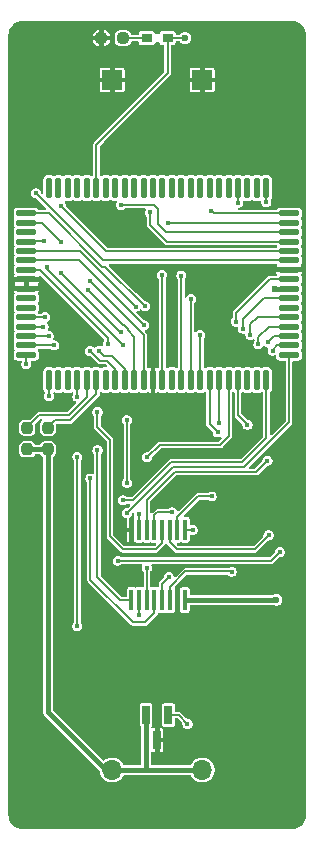
<source format=gbr>
G04 #@! TF.GenerationSoftware,KiCad,Pcbnew,9.0.6-9.0.6~ubuntu25.10.1*
G04 #@! TF.CreationDate,2025-12-22T15:32:54+09:00*
G04 #@! TF.ProjectId,bionic-z180f,62696f6e-6963-42d7-9a31-3830662e6b69,2*
G04 #@! TF.SameCoordinates,Original*
G04 #@! TF.FileFunction,Copper,L1,Top*
G04 #@! TF.FilePolarity,Positive*
%FSLAX46Y46*%
G04 Gerber Fmt 4.6, Leading zero omitted, Abs format (unit mm)*
G04 Created by KiCad (PCBNEW 9.0.6-9.0.6~ubuntu25.10.1) date 2025-12-22 15:32:54*
%MOMM*%
%LPD*%
G01*
G04 APERTURE LIST*
G04 Aperture macros list*
%AMRoundRect*
0 Rectangle with rounded corners*
0 $1 Rounding radius*
0 $2 $3 $4 $5 $6 $7 $8 $9 X,Y pos of 4 corners*
0 Add a 4 corners polygon primitive as box body*
4,1,4,$2,$3,$4,$5,$6,$7,$8,$9,$2,$3,0*
0 Add four circle primitives for the rounded corners*
1,1,$1+$1,$2,$3*
1,1,$1+$1,$4,$5*
1,1,$1+$1,$6,$7*
1,1,$1+$1,$8,$9*
0 Add four rect primitives between the rounded corners*
20,1,$1+$1,$2,$3,$4,$5,0*
20,1,$1+$1,$4,$5,$6,$7,0*
20,1,$1+$1,$6,$7,$8,$9,0*
20,1,$1+$1,$8,$9,$2,$3,0*%
G04 Aperture macros list end*
G04 #@! TA.AperFunction,SMDPad,CuDef*
%ADD10R,0.355600X1.778000*%
G04 #@! TD*
G04 #@! TA.AperFunction,SMDPad,CuDef*
%ADD11RoundRect,0.237500X0.237500X-0.250000X0.237500X0.250000X-0.237500X0.250000X-0.237500X-0.250000X0*%
G04 #@! TD*
G04 #@! TA.AperFunction,SMDPad,CuDef*
%ADD12R,0.965200X0.762000*%
G04 #@! TD*
G04 #@! TA.AperFunction,SMDPad,CuDef*
%ADD13RoundRect,0.137500X0.137500X-0.737500X0.137500X0.737500X-0.137500X0.737500X-0.137500X-0.737500X0*%
G04 #@! TD*
G04 #@! TA.AperFunction,SMDPad,CuDef*
%ADD14RoundRect,0.137500X0.737500X-0.137500X0.737500X0.137500X-0.737500X0.137500X-0.737500X-0.137500X0*%
G04 #@! TD*
G04 #@! TA.AperFunction,SMDPad,CuDef*
%ADD15RoundRect,0.237500X0.250000X0.237500X-0.250000X0.237500X-0.250000X-0.237500X0.250000X-0.237500X0*%
G04 #@! TD*
G04 #@! TA.AperFunction,SMDPad,CuDef*
%ADD16R,0.660400X1.625600*%
G04 #@! TD*
G04 #@! TA.AperFunction,ComponentPad*
%ADD17O,1.700000X1.700000*%
G04 #@! TD*
G04 #@! TA.AperFunction,ComponentPad*
%ADD18R,1.700000X1.700000*%
G04 #@! TD*
G04 #@! TA.AperFunction,ViaPad*
%ADD19C,0.600000*%
G04 #@! TD*
G04 #@! TA.AperFunction,ViaPad*
%ADD20C,0.450000*%
G04 #@! TD*
G04 #@! TA.AperFunction,Conductor*
%ADD21C,0.150000*%
G04 #@! TD*
G04 #@! TA.AperFunction,Conductor*
%ADD22C,0.400000*%
G04 #@! TD*
G04 APERTURE END LIST*
D10*
X116066800Y-113154600D03*
X115416802Y-113154600D03*
X114766800Y-113154600D03*
X114116802Y-113154600D03*
X113466803Y-113154600D03*
X112816802Y-113154600D03*
X112166803Y-113154600D03*
X111516802Y-113154600D03*
X111516802Y-119098200D03*
X112166800Y-119098200D03*
X112816802Y-119098200D03*
X113466800Y-119098200D03*
X114116799Y-119098200D03*
X114766800Y-119098200D03*
X115416799Y-119098200D03*
X116066800Y-119098200D03*
D11*
X104454400Y-106345500D03*
X104454400Y-104520500D03*
D12*
X112823700Y-71524000D03*
X114576300Y-71524000D03*
D13*
X104544000Y-100474000D03*
X105344000Y-100474000D03*
X106144000Y-100474000D03*
X106944000Y-100474000D03*
X107744000Y-100474000D03*
X108544000Y-100474000D03*
X109344000Y-100474000D03*
X110144000Y-100474000D03*
X110944000Y-100474000D03*
X111744000Y-100474000D03*
X112544000Y-100474000D03*
X113344000Y-100474000D03*
X114144000Y-100474000D03*
X114944000Y-100474000D03*
X115744000Y-100474000D03*
X116544000Y-100474000D03*
X117344000Y-100474000D03*
X118144000Y-100474000D03*
X118944000Y-100474000D03*
X119744000Y-100474000D03*
X120544000Y-100474000D03*
X121344000Y-100474000D03*
X122144000Y-100474000D03*
X122944000Y-100474000D03*
D14*
X124869000Y-98349000D03*
X124869000Y-97549000D03*
X124869000Y-96749000D03*
X124869000Y-95949000D03*
X124869000Y-95149000D03*
X124869000Y-94349000D03*
X124869000Y-93549000D03*
X124869000Y-92749000D03*
X124869000Y-91949000D03*
X124869000Y-91149000D03*
X124869000Y-90349000D03*
X124869000Y-89549000D03*
X124869000Y-88749000D03*
X124869000Y-87949000D03*
X124869000Y-87149000D03*
X124869000Y-86349000D03*
D13*
X122944000Y-84224000D03*
X122144000Y-84224000D03*
X121344000Y-84224000D03*
X120544000Y-84224000D03*
X119744000Y-84224000D03*
X118944000Y-84224000D03*
X118144000Y-84224000D03*
X117344000Y-84224000D03*
X116544000Y-84224000D03*
X115744000Y-84224000D03*
X114944000Y-84224000D03*
X114144000Y-84224000D03*
X113344000Y-84224000D03*
X112544000Y-84224000D03*
X111744000Y-84224000D03*
X110944000Y-84224000D03*
X110144000Y-84224000D03*
X109344000Y-84224000D03*
X108544000Y-84224000D03*
X107744000Y-84224000D03*
X106944000Y-84224000D03*
X106144000Y-84224000D03*
X105344000Y-84224000D03*
X104544000Y-84224000D03*
D14*
X102619000Y-86349000D03*
X102619000Y-87149000D03*
X102619000Y-87949000D03*
X102619000Y-88749000D03*
X102619000Y-89549000D03*
X102619000Y-90349000D03*
X102619000Y-91149000D03*
X102619000Y-91949000D03*
X102619000Y-92749000D03*
X102619000Y-93549000D03*
X102619000Y-94349000D03*
X102619000Y-95149000D03*
X102619000Y-95949000D03*
X102619000Y-96749000D03*
X102619000Y-97549000D03*
X102619000Y-98349000D03*
D11*
X102701800Y-106345500D03*
X102701800Y-104520500D03*
D15*
X110802500Y-71524000D03*
X108977500Y-71524000D03*
D16*
X114650001Y-128828000D03*
X112749999Y-128828000D03*
X113700000Y-130960000D03*
D17*
X117510000Y-133500000D03*
D18*
X117510000Y-75080000D03*
X109890000Y-75080000D03*
D17*
X109890000Y-133500000D03*
D19*
X116062200Y-71524000D03*
X123707600Y-92733000D03*
X123783800Y-119098200D03*
X115808200Y-102639000D03*
X108442200Y-96695400D03*
D20*
X118703800Y-120063400D03*
D19*
X121345400Y-102689800D03*
X117052800Y-114094400D03*
X110296400Y-117091600D03*
X107705600Y-104290000D03*
X113344400Y-98930600D03*
X104149600Y-132611000D03*
X110296400Y-111605200D03*
X124317200Y-75181600D03*
X123504400Y-132865000D03*
X125866600Y-104112200D03*
X109229600Y-82268200D03*
X114970000Y-93926800D03*
X101406400Y-92377400D03*
X108975600Y-87881600D03*
X101711200Y-102283400D03*
X107934200Y-86662400D03*
X123402800Y-91183600D03*
X114208000Y-104747200D03*
X122158200Y-123949600D03*
X112125200Y-105610800D03*
D20*
X110804400Y-110664600D03*
X122945600Y-85443200D03*
X104073400Y-95958800D03*
X111134600Y-111732200D03*
X110655298Y-85671800D03*
X108045400Y-108811200D03*
X103438400Y-84681200D03*
X120532600Y-85468600D03*
X102625600Y-99133800D03*
X105587000Y-85773400D03*
X111134600Y-109166800D03*
X112176000Y-111808400D03*
X111134600Y-103883600D03*
X108645400Y-106423600D03*
X106944000Y-121308000D03*
X106944000Y-106982400D03*
X106944000Y-101877000D03*
X118297400Y-86154400D03*
X113093135Y-86291000D03*
X108645400Y-103197800D03*
X123479000Y-97990800D03*
X124075900Y-115046900D03*
X110347200Y-115770800D03*
X123047200Y-97279600D03*
X114638415Y-87149000D03*
X104540200Y-101851600D03*
X116265400Y-129588400D03*
X116697200Y-113180000D03*
X105587000Y-88821400D03*
X105587000Y-91386800D03*
X110621435Y-96446565D03*
X109509000Y-97432000D03*
X112696700Y-94244300D03*
X114106400Y-91590000D03*
X104225800Y-95146000D03*
X111875600Y-94252600D03*
X116595600Y-93622000D03*
X104980600Y-97549000D03*
X107822137Y-92872110D03*
X115744000Y-91628800D03*
X117357600Y-96644600D03*
X104387800Y-90949000D03*
X110824635Y-97538765D03*
X104149600Y-88745200D03*
X108772400Y-97990800D03*
X112572919Y-95841281D03*
X107992535Y-92090465D03*
X108010400Y-98016200D03*
X104523400Y-96749000D03*
X112836400Y-116370800D03*
X112836400Y-107033200D03*
X123131300Y-113619700D03*
X122259800Y-97457400D03*
X123037600Y-107312600D03*
X121599400Y-96660400D03*
X121345400Y-104264600D03*
X119999200Y-116692400D03*
X118322800Y-110335200D03*
X118812935Y-104917465D03*
X114665200Y-117142400D03*
X120380200Y-95527000D03*
X120980200Y-96136600D03*
X112176000Y-120368200D03*
X118932400Y-104112200D03*
X114948975Y-111689916D03*
D21*
X114576300Y-71524000D02*
X116062200Y-71524000D01*
D22*
X112749999Y-128828000D02*
X112749999Y-133497501D01*
X104454400Y-106345500D02*
X102701800Y-106345500D01*
X124853000Y-92733000D02*
X124869000Y-92749000D01*
X109890000Y-133500000D02*
X109356600Y-133500000D01*
X109890000Y-133500000D02*
X112747500Y-133500000D01*
D21*
X108544000Y-80540800D02*
X114576300Y-74508500D01*
D22*
X112749999Y-133497501D02*
X112747500Y-133500000D01*
D21*
X108544000Y-84224000D02*
X108544000Y-80540800D01*
D22*
X123707600Y-92733000D02*
X124853000Y-92733000D01*
D21*
X114576300Y-74508500D02*
X114576300Y-71524000D01*
D22*
X104454400Y-128597800D02*
X104454400Y-106345500D01*
X116066800Y-119098200D02*
X123783800Y-119098200D01*
X109356600Y-133500000D02*
X104454400Y-128597800D01*
X112747500Y-133500000D02*
X117510000Y-133500000D01*
D21*
X110802500Y-71524000D02*
X112823700Y-71524000D01*
X110804400Y-110664600D02*
X111635100Y-110664600D01*
X120862800Y-107439600D02*
X122944000Y-105358400D01*
X122944000Y-105358400D02*
X122944000Y-100474000D01*
X114860100Y-107439600D02*
X120862800Y-107439600D01*
X111635100Y-110664600D02*
X114860100Y-107439600D01*
X122944000Y-85441600D02*
X122945600Y-85443200D01*
X122944000Y-84224000D02*
X122944000Y-85441600D01*
X103911200Y-95949000D02*
X102619000Y-95949000D01*
X103921000Y-95958800D02*
X103911200Y-95949000D01*
X104073400Y-95958800D02*
X103921000Y-95958800D01*
X111134600Y-111732200D02*
X115026200Y-107840600D01*
X121071400Y-107840600D02*
X124869000Y-104043000D01*
X115026200Y-107840600D02*
X121071400Y-107840600D01*
X124869000Y-104043000D02*
X124869000Y-98349000D01*
X113763500Y-85989300D02*
X113763500Y-87284700D01*
X115824800Y-87957800D02*
X115833600Y-87949000D01*
X113446000Y-85671800D02*
X113763500Y-85989300D01*
X110655298Y-85671800D02*
X113446000Y-85671800D01*
X115833600Y-87949000D02*
X124869000Y-87949000D01*
X113763500Y-87284700D02*
X114436600Y-87957800D01*
X114436600Y-87957800D02*
X115824800Y-87957800D01*
X111668000Y-121003200D02*
X108045400Y-117380600D01*
X113466800Y-119098200D02*
X113466800Y-120220400D01*
X108045400Y-117380600D02*
X108045400Y-108811200D01*
X113466800Y-120220400D02*
X112684000Y-121003200D01*
X112684000Y-121003200D02*
X111668000Y-121003200D01*
X109131600Y-90349000D02*
X124869000Y-90349000D01*
X103463800Y-84681200D02*
X109131600Y-90349000D01*
X103438400Y-84681200D02*
X103463800Y-84681200D01*
X120544000Y-84224000D02*
X120544000Y-85457200D01*
X120544000Y-85457200D02*
X120532600Y-85468600D01*
X102625600Y-98355600D02*
X102619000Y-98349000D01*
X102625600Y-99133800D02*
X102625600Y-98355600D01*
X109362600Y-89549000D02*
X124869000Y-89549000D01*
X105587000Y-85773400D02*
X109362600Y-89549000D01*
X111134600Y-109166800D02*
X111134600Y-103858200D01*
X111134600Y-103858200D02*
X111134600Y-103883600D01*
X112166803Y-113154600D02*
X112166803Y-111817597D01*
X112166803Y-111817597D02*
X112176000Y-111808400D01*
X111516802Y-119098200D02*
X110550400Y-119098200D01*
X110550400Y-119098200D02*
X108645400Y-117193200D01*
X108645400Y-117193200D02*
X108645400Y-106423600D01*
X106944000Y-106982400D02*
X106944000Y-121308000D01*
X106944000Y-101877000D02*
X106944000Y-100474000D01*
X123614600Y-86349000D02*
X124869000Y-86349000D01*
X118297400Y-86154400D02*
X118500600Y-86357600D01*
X118500600Y-86357600D02*
X123606000Y-86357600D01*
X123606000Y-86357600D02*
X123614600Y-86349000D01*
X113093135Y-87325535D02*
X114516600Y-88749000D01*
X113093135Y-86291000D02*
X113093135Y-87325535D01*
X114516600Y-88749000D02*
X124869000Y-88749000D01*
X108645400Y-104493200D02*
X109686800Y-105534600D01*
X110804400Y-114805600D02*
X113573000Y-114805600D01*
X109686800Y-113688000D02*
X110804400Y-114805600D01*
X109686800Y-105534600D02*
X109686800Y-113688000D01*
X114116802Y-114261798D02*
X114116802Y-113154600D01*
X113573000Y-114805600D02*
X114116802Y-114261798D01*
X108645400Y-103197800D02*
X108645400Y-104493200D01*
X124075900Y-115046900D02*
X123352000Y-115770800D01*
X123479000Y-97990800D02*
X123479000Y-97914600D01*
X123479000Y-97914600D02*
X123844600Y-97549000D01*
X123352000Y-115770800D02*
X110347200Y-115770800D01*
X123844600Y-97549000D02*
X124869000Y-97549000D01*
X123047200Y-97279600D02*
X123098000Y-97279600D01*
X123628600Y-96749000D02*
X124869000Y-96749000D01*
X123098000Y-97279600D02*
X123628600Y-96749000D01*
X114638415Y-87149000D02*
X124869000Y-87149000D01*
X104544000Y-101847800D02*
X104544000Y-100474000D01*
X104540200Y-101851600D02*
X104544000Y-101847800D01*
X114650001Y-128828000D02*
X115505000Y-128828000D01*
X115505000Y-128828000D02*
X116265400Y-129588400D01*
X116092200Y-113180000D02*
X116066800Y-113154600D01*
X116697200Y-113180000D02*
X116092200Y-113180000D01*
X105587000Y-88821400D02*
X105587000Y-88811000D01*
X105699000Y-91615400D02*
X105699000Y-91498800D01*
X105699000Y-91498800D02*
X105587000Y-91386800D01*
X110621435Y-96446565D02*
X110530165Y-96446565D01*
X103925000Y-87149000D02*
X102619000Y-87149000D01*
X110530165Y-96446565D02*
X105699000Y-91615400D01*
X105587000Y-88811000D02*
X103925000Y-87149000D01*
X103737857Y-91149000D02*
X109509000Y-96920143D01*
X109509000Y-96920143D02*
X109509000Y-97432000D01*
X102619000Y-91149000D02*
X103737857Y-91149000D01*
X112696700Y-94244300D02*
X109322650Y-90870250D01*
X109322650Y-90870250D02*
X109060350Y-90870250D01*
X109060350Y-90870250D02*
X104539100Y-86349000D01*
X104539100Y-86349000D02*
X102619000Y-86349000D01*
X114106400Y-91590000D02*
X114144000Y-91627600D01*
X114144000Y-91627600D02*
X114144000Y-100474000D01*
X102622000Y-95146000D02*
X102619000Y-95149000D01*
X104225800Y-95146000D02*
X102622000Y-95146000D01*
X111875600Y-94252600D02*
X107172000Y-89549000D01*
X107172000Y-89549000D02*
X102619000Y-89549000D01*
X116544000Y-93673600D02*
X116544000Y-100474000D01*
X116595600Y-93622000D02*
X116544000Y-93673600D01*
X104980600Y-97549000D02*
X102619000Y-97549000D01*
X111222435Y-96272408D02*
X111744000Y-96793973D01*
X110795592Y-95845565D02*
X110870378Y-95845565D01*
X107822137Y-92872110D02*
X110795592Y-95845565D01*
X111744000Y-96793973D02*
X111744000Y-100474000D01*
X111222435Y-96197622D02*
X111222435Y-96272408D01*
X110870378Y-95845565D02*
X111222435Y-96197622D01*
X115744000Y-91628800D02*
X115744000Y-100474000D01*
X117357600Y-96644600D02*
X117357600Y-100460400D01*
X117357600Y-100460400D02*
X117344000Y-100474000D01*
X110824635Y-97538765D02*
X110809565Y-97538765D01*
X110809565Y-97538765D02*
X104387800Y-91117000D01*
X104149600Y-88745200D02*
X102622800Y-88745200D01*
X104387800Y-91117000D02*
X104387800Y-90949000D01*
X102622800Y-88745200D02*
X102619000Y-88749000D01*
X109235000Y-98453400D02*
X109870000Y-98453400D01*
X109870000Y-98453400D02*
X110944000Y-99527400D01*
X110944000Y-99527400D02*
X110944000Y-100474000D01*
X108772400Y-97990800D02*
X109235000Y-98453400D01*
X112572919Y-95841281D02*
X112572919Y-95822319D01*
X107099600Y-90349000D02*
X102619000Y-90349000D01*
X112572919Y-95822319D02*
X107099600Y-90349000D01*
X112544000Y-96657000D02*
X112544000Y-100474000D01*
X111971919Y-96090224D02*
X112323976Y-96442281D01*
X108183035Y-92296035D02*
X111971919Y-96084919D01*
X108183035Y-92280965D02*
X108183035Y-92296035D01*
X112323976Y-96442281D02*
X112329281Y-96442281D01*
X111971919Y-96084919D02*
X111971919Y-96090224D01*
X112329281Y-96442281D02*
X112544000Y-96657000D01*
X107992535Y-92090465D02*
X108183035Y-92280965D01*
X108010400Y-98016200D02*
X108848600Y-98854400D01*
X110144000Y-99540200D02*
X110144000Y-100474000D01*
X109458200Y-98854400D02*
X110144000Y-99540200D01*
X108848600Y-98854400D02*
X109458200Y-98854400D01*
X104523400Y-96749000D02*
X102619000Y-96749000D01*
X102701800Y-104467800D02*
X102701800Y-104520500D01*
X107744000Y-100474000D02*
X107744000Y-101926943D01*
X103692400Y-103477200D02*
X102701800Y-104467800D01*
X106193743Y-103477200D02*
X103692400Y-103477200D01*
X107744000Y-101926943D02*
X106193743Y-103477200D01*
X106354443Y-103883600D02*
X105064000Y-103883600D01*
X108544000Y-100474000D02*
X108544000Y-101694043D01*
X105064000Y-103883600D02*
X104454400Y-104493200D01*
X104454400Y-104493200D02*
X104454400Y-104520500D01*
X108544000Y-101694043D02*
X106354443Y-103883600D01*
X112816802Y-116462402D02*
X112816802Y-119098200D01*
X113903200Y-105966400D02*
X119008600Y-105966400D01*
X112836400Y-107033200D02*
X113903200Y-105966400D01*
X112836400Y-116442804D02*
X112816802Y-116462402D01*
X112836400Y-116370800D02*
X112836400Y-116442804D01*
X119008600Y-105966400D02*
X119744000Y-105231000D01*
X119744000Y-105231000D02*
X119744000Y-100474000D01*
X122885200Y-113865800D02*
X122885200Y-113875400D01*
X123131300Y-113619700D02*
X122885200Y-113865800D01*
X122259800Y-96847800D02*
X123158600Y-95949000D01*
X123158600Y-95949000D02*
X124869000Y-95949000D01*
X115376400Y-114805600D02*
X114766800Y-114196000D01*
X121955000Y-114805600D02*
X115376400Y-114805600D01*
X114766800Y-114196000D02*
X114766800Y-113154600D01*
X122259800Y-97457400D02*
X122259800Y-96847800D01*
X122885200Y-113875400D02*
X121955000Y-114805600D01*
X112816802Y-110617098D02*
X112816802Y-113154600D01*
X122097800Y-108252400D02*
X115181500Y-108252400D01*
X122209000Y-95146000D02*
X122660200Y-95146000D01*
X121599400Y-96660400D02*
X121599400Y-95755600D01*
X115181500Y-108252400D02*
X112816802Y-110617098D01*
X122663200Y-95149000D02*
X124869000Y-95149000D01*
X123037600Y-107312600D02*
X122097800Y-108252400D01*
X121599400Y-95755600D02*
X122209000Y-95146000D01*
X122660200Y-95146000D02*
X122663200Y-95149000D01*
X120558000Y-103451800D02*
X120558000Y-100488000D01*
X120558000Y-100488000D02*
X120544000Y-100474000D01*
X116087600Y-116685200D02*
X114766800Y-118006000D01*
X119999200Y-116692400D02*
X119992000Y-116685200D01*
X121345400Y-104239200D02*
X120558000Y-103451800D01*
X114766800Y-118006000D02*
X114766800Y-119098200D01*
X121345400Y-104264600D02*
X121345400Y-104239200D01*
X119992000Y-116685200D02*
X116087600Y-116685200D01*
X115416802Y-113154600D02*
X115416802Y-112065600D01*
X117147202Y-110335200D02*
X118322800Y-110335200D01*
X118812935Y-104917465D02*
X118812935Y-104907135D01*
X118812935Y-104907135D02*
X118144000Y-104238200D01*
X115416802Y-112065600D02*
X117147202Y-110335200D01*
X118144000Y-104238200D02*
X118144000Y-100474000D01*
X120380200Y-94790400D02*
X123221600Y-91949000D01*
X123221600Y-91949000D02*
X124869000Y-91949000D01*
X120380200Y-95527000D02*
X120380200Y-94790400D01*
X114665200Y-117142400D02*
X114665200Y-117149935D01*
X114106400Y-117708735D02*
X114106400Y-119087801D01*
X114106400Y-119087801D02*
X114116799Y-119098200D01*
X114665200Y-117149935D02*
X114106400Y-117708735D01*
X123247200Y-93549000D02*
X124869000Y-93549000D01*
X120980200Y-95308000D02*
X122742400Y-93545800D01*
X112176000Y-120368200D02*
X112176000Y-119107400D01*
X112176000Y-119107400D02*
X112166800Y-119098200D01*
X120980200Y-96136600D02*
X120980200Y-95308000D01*
X122742400Y-93545800D02*
X123244000Y-93545800D01*
X123244000Y-93545800D02*
X123247200Y-93549000D01*
X118944000Y-104100600D02*
X118944000Y-100474000D01*
X114940459Y-111681400D02*
X113715800Y-111681400D01*
X114948975Y-111689916D02*
X114940459Y-111681400D01*
X113715800Y-111681400D02*
X113466803Y-111930397D01*
X113466803Y-111930397D02*
X113466803Y-113154600D01*
X118932400Y-104112200D02*
X118944000Y-104100600D01*
G04 #@! TA.AperFunction,Conductor*
G36*
X109788945Y-85228800D02*
G01*
X109802079Y-85238342D01*
X109802546Y-85237676D01*
X109809639Y-85242642D01*
X109809641Y-85242644D01*
X109917670Y-85293019D01*
X109966897Y-85299500D01*
X110207447Y-85299499D01*
X110265637Y-85318406D01*
X110301601Y-85367906D01*
X110301602Y-85429091D01*
X110293184Y-85447999D01*
X110258795Y-85507561D01*
X110254225Y-85524618D01*
X110229798Y-85615782D01*
X110229798Y-85727818D01*
X110254573Y-85820280D01*
X110258796Y-85836041D01*
X110314811Y-85933060D01*
X110314813Y-85933063D01*
X110394035Y-86012285D01*
X110410408Y-86021738D01*
X110491057Y-86068301D01*
X110491055Y-86068301D01*
X110491059Y-86068302D01*
X110491061Y-86068303D01*
X110599280Y-86097300D01*
X110599282Y-86097300D01*
X110711314Y-86097300D01*
X110711316Y-86097300D01*
X110819535Y-86068303D01*
X110819537Y-86068301D01*
X110819539Y-86068301D01*
X110886333Y-86029737D01*
X110916561Y-86012285D01*
X110938688Y-85990158D01*
X110952551Y-85976296D01*
X111007068Y-85948519D01*
X111022554Y-85947300D01*
X112628772Y-85947300D01*
X112686963Y-85966207D01*
X112722927Y-86015707D01*
X112722927Y-86076893D01*
X112714508Y-86095800D01*
X112713018Y-86098382D01*
X112696633Y-86126760D01*
X112696632Y-86126762D01*
X112696632Y-86126763D01*
X112667635Y-86234982D01*
X112667635Y-86347018D01*
X112686028Y-86415663D01*
X112696633Y-86455241D01*
X112751865Y-86550903D01*
X112752650Y-86552263D01*
X112788640Y-86588253D01*
X112816416Y-86642768D01*
X112817635Y-86658255D01*
X112817635Y-87380335D01*
X112841461Y-87437855D01*
X112856226Y-87473500D01*
X112856228Y-87473505D01*
X112859576Y-87481590D01*
X112859577Y-87481591D01*
X112859578Y-87481593D01*
X114360542Y-88982558D01*
X114360543Y-88982558D01*
X114360544Y-88982559D01*
X114461798Y-89024500D01*
X114461800Y-89024500D01*
X123759839Y-89024500D01*
X123777665Y-89030292D01*
X123796368Y-89031486D01*
X123804265Y-89038934D01*
X123818030Y-89043407D01*
X123843476Y-89070530D01*
X123846879Y-89075904D01*
X123850356Y-89083359D01*
X123853751Y-89086754D01*
X123859626Y-89096030D01*
X123864623Y-89115567D01*
X123873775Y-89133541D01*
X123872031Y-89144529D01*
X123874788Y-89155307D01*
X123867346Y-89174051D01*
X123864186Y-89193970D01*
X123854657Y-89207084D01*
X123855322Y-89207549D01*
X123852381Y-89211748D01*
X123852212Y-89212175D01*
X123851979Y-89212322D01*
X123850355Y-89214640D01*
X123849563Y-89216341D01*
X123847966Y-89218052D01*
X123845386Y-89221738D01*
X123844868Y-89221375D01*
X123807833Y-89261088D01*
X123759839Y-89273500D01*
X109517724Y-89273500D01*
X109459533Y-89254593D01*
X109447720Y-89244504D01*
X106041496Y-85838280D01*
X106013719Y-85783763D01*
X106012500Y-85768276D01*
X106012500Y-85717383D01*
X106009038Y-85704463D01*
X105983503Y-85609163D01*
X105983501Y-85609160D01*
X105983501Y-85609158D01*
X105927486Y-85512139D01*
X105927485Y-85512137D01*
X105882855Y-85467507D01*
X105855080Y-85412993D01*
X105864651Y-85352561D01*
X105907916Y-85309296D01*
X105963635Y-85299724D01*
X105963664Y-85299288D01*
X105965481Y-85299407D01*
X105965789Y-85299354D01*
X105966897Y-85299500D01*
X106321102Y-85299499D01*
X106370330Y-85293019D01*
X106478359Y-85242644D01*
X106478361Y-85242641D01*
X106485454Y-85237676D01*
X106487256Y-85240249D01*
X106528513Y-85219229D01*
X106588945Y-85228800D01*
X106602079Y-85238342D01*
X106602546Y-85237676D01*
X106609639Y-85242642D01*
X106609641Y-85242644D01*
X106717670Y-85293019D01*
X106766897Y-85299500D01*
X107121102Y-85299499D01*
X107170330Y-85293019D01*
X107278359Y-85242644D01*
X107278361Y-85242641D01*
X107285454Y-85237676D01*
X107287256Y-85240249D01*
X107328513Y-85219229D01*
X107388945Y-85228800D01*
X107402079Y-85238342D01*
X107402546Y-85237676D01*
X107409639Y-85242642D01*
X107409641Y-85242644D01*
X107517670Y-85293019D01*
X107566897Y-85299500D01*
X107921102Y-85299499D01*
X107970330Y-85293019D01*
X108078359Y-85242644D01*
X108078361Y-85242641D01*
X108085454Y-85237676D01*
X108087256Y-85240249D01*
X108128513Y-85219229D01*
X108188945Y-85228800D01*
X108202079Y-85238342D01*
X108202546Y-85237676D01*
X108209639Y-85242642D01*
X108209641Y-85242644D01*
X108317670Y-85293019D01*
X108366897Y-85299500D01*
X108721102Y-85299499D01*
X108770330Y-85293019D01*
X108878359Y-85242644D01*
X108878361Y-85242641D01*
X108885454Y-85237676D01*
X108887256Y-85240249D01*
X108928513Y-85219229D01*
X108988945Y-85228800D01*
X109002079Y-85238342D01*
X109002546Y-85237676D01*
X109009639Y-85242642D01*
X109009641Y-85242644D01*
X109117670Y-85293019D01*
X109166897Y-85299500D01*
X109521102Y-85299499D01*
X109570330Y-85293019D01*
X109678359Y-85242644D01*
X109678361Y-85242641D01*
X109685454Y-85237676D01*
X109687256Y-85240249D01*
X109728513Y-85219229D01*
X109788945Y-85228800D01*
G37*
G04 #@! TD.AperFunction*
G04 #@! TA.AperFunction,Conductor*
G36*
X125134309Y-70100877D02*
G01*
X125324457Y-70117512D01*
X125341437Y-70120505D01*
X125521635Y-70168789D01*
X125537839Y-70174687D01*
X125706902Y-70253523D01*
X125721842Y-70262149D01*
X125874641Y-70369140D01*
X125887861Y-70380232D01*
X126019767Y-70512138D01*
X126030859Y-70525358D01*
X126137850Y-70678157D01*
X126146477Y-70693100D01*
X126220467Y-70851771D01*
X126225308Y-70862151D01*
X126231211Y-70878368D01*
X126279492Y-71058555D01*
X126282488Y-71075550D01*
X126299123Y-71265690D01*
X126299500Y-71274318D01*
X126299500Y-137305681D01*
X126299123Y-137314309D01*
X126282488Y-137504449D01*
X126279492Y-137521444D01*
X126231211Y-137701631D01*
X126225308Y-137717848D01*
X126146478Y-137886898D01*
X126137850Y-137901842D01*
X126030859Y-138054641D01*
X126019767Y-138067861D01*
X125887861Y-138199767D01*
X125874641Y-138210859D01*
X125721842Y-138317850D01*
X125706898Y-138326478D01*
X125537848Y-138405308D01*
X125521631Y-138411211D01*
X125341444Y-138459492D01*
X125324449Y-138462488D01*
X125134309Y-138479123D01*
X125125681Y-138479500D01*
X102274319Y-138479500D01*
X102265691Y-138479123D01*
X102075550Y-138462488D01*
X102058555Y-138459492D01*
X101878368Y-138411211D01*
X101862154Y-138405309D01*
X101693100Y-138326477D01*
X101678157Y-138317850D01*
X101525358Y-138210859D01*
X101512138Y-138199767D01*
X101380232Y-138067861D01*
X101369140Y-138054641D01*
X101262149Y-137901842D01*
X101253523Y-137886902D01*
X101174687Y-137717839D01*
X101168788Y-137701631D01*
X101149843Y-137630926D01*
X101120505Y-137521437D01*
X101117512Y-137504457D01*
X101100877Y-137314309D01*
X101100500Y-137305681D01*
X101100500Y-106042733D01*
X102026300Y-106042733D01*
X102026300Y-106648266D01*
X102029074Y-106677844D01*
X102029076Y-106677852D01*
X102072684Y-106802476D01*
X102151085Y-106908706D01*
X102151089Y-106908711D01*
X102151092Y-106908713D01*
X102151093Y-106908714D01*
X102257323Y-106987115D01*
X102257324Y-106987115D01*
X102257325Y-106987116D01*
X102381951Y-107030725D01*
X102409241Y-107033284D01*
X102411533Y-107033499D01*
X102411538Y-107033500D01*
X102411544Y-107033500D01*
X102992062Y-107033500D01*
X102992065Y-107033499D01*
X103021649Y-107030725D01*
X103146275Y-106987116D01*
X103252511Y-106908711D01*
X103330916Y-106802475D01*
X103330916Y-106802472D01*
X103332888Y-106798744D01*
X103376793Y-106756130D01*
X103420417Y-106746000D01*
X103735783Y-106746000D01*
X103793974Y-106764907D01*
X103823312Y-106798744D01*
X103825284Y-106802476D01*
X103903685Y-106908706D01*
X103903689Y-106908711D01*
X104009925Y-106987116D01*
X104009928Y-106987117D01*
X104013688Y-106989892D01*
X104049281Y-107039660D01*
X104053900Y-107069548D01*
X104053900Y-128545073D01*
X104053900Y-128650527D01*
X104077970Y-128740359D01*
X104081194Y-128752392D01*
X104133916Y-128843708D01*
X104133918Y-128843710D01*
X104133920Y-128843713D01*
X107082705Y-131792497D01*
X108810504Y-133520296D01*
X108838281Y-133574813D01*
X108839500Y-133590300D01*
X108839500Y-133603467D01*
X108879869Y-133806418D01*
X108959058Y-133997597D01*
X108959059Y-133997598D01*
X109074023Y-134169655D01*
X109220345Y-134315977D01*
X109392402Y-134430941D01*
X109583580Y-134510130D01*
X109786535Y-134550500D01*
X109786536Y-134550500D01*
X109993464Y-134550500D01*
X109993465Y-134550500D01*
X110196420Y-134510130D01*
X110387598Y-134430941D01*
X110559655Y-134315977D01*
X110705977Y-134169655D01*
X110820941Y-133997598D01*
X110835846Y-133961615D01*
X110875582Y-133915089D01*
X110927310Y-133900500D01*
X112694773Y-133900500D01*
X116472690Y-133900500D01*
X116530881Y-133919407D01*
X116564154Y-133961615D01*
X116579057Y-133997595D01*
X116579058Y-133997597D01*
X116579059Y-133997598D01*
X116694023Y-134169655D01*
X116840345Y-134315977D01*
X117012402Y-134430941D01*
X117203580Y-134510130D01*
X117406535Y-134550500D01*
X117406536Y-134550500D01*
X117613464Y-134550500D01*
X117613465Y-134550500D01*
X117816420Y-134510130D01*
X118007598Y-134430941D01*
X118179655Y-134315977D01*
X118325977Y-134169655D01*
X118440941Y-133997598D01*
X118520130Y-133806420D01*
X118560500Y-133603465D01*
X118560500Y-133396535D01*
X118520130Y-133193580D01*
X118440941Y-133002402D01*
X118325977Y-132830345D01*
X118179655Y-132684023D01*
X118007598Y-132569059D01*
X118007599Y-132569059D01*
X118007597Y-132569058D01*
X117816418Y-132489869D01*
X117613467Y-132449500D01*
X117613465Y-132449500D01*
X117406535Y-132449500D01*
X117406532Y-132449500D01*
X117203581Y-132489869D01*
X117012402Y-132569058D01*
X116840348Y-132684020D01*
X116694020Y-132830348D01*
X116579057Y-133002404D01*
X116564154Y-133038385D01*
X116524418Y-133084911D01*
X116472690Y-133099500D01*
X113249499Y-133099500D01*
X113191308Y-133080593D01*
X113155344Y-133031093D01*
X113150499Y-133000500D01*
X113150499Y-132050846D01*
X113169406Y-131992655D01*
X113218906Y-131956691D01*
X113280092Y-131956691D01*
X113287388Y-131959383D01*
X113291765Y-131961196D01*
X113350099Y-131972799D01*
X113350103Y-131972800D01*
X113499999Y-131972800D01*
X113500000Y-131972799D01*
X113500000Y-131160001D01*
X113900000Y-131160001D01*
X113900000Y-131972799D01*
X113900001Y-131972800D01*
X114049897Y-131972800D01*
X114049900Y-131972799D01*
X114108236Y-131961196D01*
X114174389Y-131916993D01*
X114174393Y-131916989D01*
X114218596Y-131850836D01*
X114230199Y-131792500D01*
X114230200Y-131792497D01*
X114230200Y-131160001D01*
X114230199Y-131160000D01*
X113900001Y-131160000D01*
X113900000Y-131160001D01*
X113500000Y-131160001D01*
X113500000Y-129947201D01*
X113900000Y-129947201D01*
X113900000Y-130759999D01*
X113900001Y-130760000D01*
X114230199Y-130760000D01*
X114230200Y-130759999D01*
X114230200Y-130127502D01*
X114230199Y-130127499D01*
X114218596Y-130069163D01*
X114178162Y-130008651D01*
X114073606Y-129951915D01*
X114049902Y-129947200D01*
X113900001Y-129947200D01*
X113900000Y-129947201D01*
X113500000Y-129947201D01*
X113499999Y-129947200D01*
X113350096Y-129947200D01*
X113311678Y-129954842D01*
X113250916Y-129947650D01*
X113205987Y-129906116D01*
X113194051Y-129846106D01*
X113219668Y-129790542D01*
X113222365Y-129787737D01*
X113224744Y-129785356D01*
X113224751Y-129785352D01*
X113269066Y-129719031D01*
X113280699Y-129660548D01*
X113280699Y-127995453D01*
X114119301Y-127995453D01*
X114119301Y-129660546D01*
X114119302Y-129660558D01*
X114130933Y-129719027D01*
X114130934Y-129719031D01*
X114175249Y-129785352D01*
X114241570Y-129829667D01*
X114276131Y-129836541D01*
X114276132Y-129836542D01*
X114300045Y-129841299D01*
X114300051Y-129841299D01*
X114300053Y-129841300D01*
X114300054Y-129841300D01*
X114999948Y-129841300D01*
X114999949Y-129841300D01*
X115058432Y-129829667D01*
X115124753Y-129785352D01*
X115169068Y-129719031D01*
X115180701Y-129660548D01*
X115180701Y-129202500D01*
X115185546Y-129187588D01*
X115185546Y-129171907D01*
X115194762Y-129159221D01*
X115199608Y-129144309D01*
X115212293Y-129135092D01*
X115221510Y-129122407D01*
X115236422Y-129117561D01*
X115249108Y-129108345D01*
X115279701Y-129103500D01*
X115349877Y-129103500D01*
X115408068Y-129122407D01*
X115419881Y-129132496D01*
X115810904Y-129523519D01*
X115838681Y-129578036D01*
X115839900Y-129593523D01*
X115839900Y-129644418D01*
X115844222Y-129660548D01*
X115868898Y-129752641D01*
X115922861Y-129846106D01*
X115924915Y-129849663D01*
X116004137Y-129928885D01*
X116004139Y-129928886D01*
X116101159Y-129984901D01*
X116101157Y-129984901D01*
X116101161Y-129984902D01*
X116101163Y-129984903D01*
X116209382Y-130013900D01*
X116209384Y-130013900D01*
X116321416Y-130013900D01*
X116321418Y-130013900D01*
X116429637Y-129984903D01*
X116429639Y-129984901D01*
X116429641Y-129984901D01*
X116481704Y-129954842D01*
X116526663Y-129928885D01*
X116605885Y-129849663D01*
X116661903Y-129752637D01*
X116690900Y-129644418D01*
X116690900Y-129532382D01*
X116661903Y-129424163D01*
X116661901Y-129424160D01*
X116661901Y-129424158D01*
X116605886Y-129327139D01*
X116605885Y-129327137D01*
X116526663Y-129247915D01*
X116526660Y-129247913D01*
X116429640Y-129191898D01*
X116429642Y-129191898D01*
X116387651Y-129180647D01*
X116321418Y-129162900D01*
X116321416Y-129162900D01*
X116270523Y-129162900D01*
X116212332Y-129143993D01*
X116200519Y-129133904D01*
X116170115Y-129103500D01*
X115661058Y-128594443D01*
X115661056Y-128594442D01*
X115661055Y-128594441D01*
X115631229Y-128582087D01*
X115631228Y-128582087D01*
X115559800Y-128552500D01*
X115559799Y-128552500D01*
X115279701Y-128552500D01*
X115221510Y-128533593D01*
X115185546Y-128484093D01*
X115180701Y-128453500D01*
X115180701Y-127995453D01*
X115180699Y-127995441D01*
X115177912Y-127981431D01*
X115169068Y-127936969D01*
X115124753Y-127870648D01*
X115124749Y-127870645D01*
X115058434Y-127826334D01*
X115058432Y-127826333D01*
X115058429Y-127826332D01*
X115058428Y-127826332D01*
X114999959Y-127814701D01*
X114999949Y-127814700D01*
X114300053Y-127814700D01*
X114300052Y-127814700D01*
X114300042Y-127814701D01*
X114241573Y-127826332D01*
X114241567Y-127826334D01*
X114175252Y-127870645D01*
X114175246Y-127870651D01*
X114130935Y-127936966D01*
X114130933Y-127936972D01*
X114119302Y-127995441D01*
X114119301Y-127995453D01*
X113280699Y-127995453D01*
X113280699Y-127995452D01*
X113269066Y-127936969D01*
X113224751Y-127870648D01*
X113224747Y-127870645D01*
X113158432Y-127826334D01*
X113158430Y-127826333D01*
X113158427Y-127826332D01*
X113158426Y-127826332D01*
X113099957Y-127814701D01*
X113099947Y-127814700D01*
X112400051Y-127814700D01*
X112400050Y-127814700D01*
X112400040Y-127814701D01*
X112341571Y-127826332D01*
X112341565Y-127826334D01*
X112275250Y-127870645D01*
X112275244Y-127870651D01*
X112230933Y-127936966D01*
X112230931Y-127936972D01*
X112219300Y-127995441D01*
X112219299Y-127995453D01*
X112219299Y-129660546D01*
X112219300Y-129660558D01*
X112230931Y-129719027D01*
X112230932Y-129719031D01*
X112275247Y-129785352D01*
X112275250Y-129785354D01*
X112275251Y-129785355D01*
X112305500Y-129805567D01*
X112343380Y-129853616D01*
X112349499Y-129887882D01*
X112349499Y-133000500D01*
X112330592Y-133058691D01*
X112281092Y-133094655D01*
X112250499Y-133099500D01*
X110927310Y-133099500D01*
X110869119Y-133080593D01*
X110835846Y-133038385D01*
X110820942Y-133002404D01*
X110705979Y-132830348D01*
X110705977Y-132830345D01*
X110559655Y-132684023D01*
X110387598Y-132569059D01*
X110387599Y-132569059D01*
X110387597Y-132569058D01*
X110196418Y-132489869D01*
X109993467Y-132449500D01*
X109993465Y-132449500D01*
X109786535Y-132449500D01*
X109786532Y-132449500D01*
X109583581Y-132489869D01*
X109392402Y-132569058D01*
X109219963Y-132684277D01*
X109161074Y-132700885D01*
X109103671Y-132679707D01*
X109094958Y-132671965D01*
X104883896Y-128460903D01*
X104856119Y-128406386D01*
X104854900Y-128390899D01*
X104854900Y-107069548D01*
X104873807Y-107011357D01*
X104895112Y-106989892D01*
X104898871Y-106987117D01*
X104898875Y-106987116D01*
X104981167Y-106926382D01*
X106518500Y-106926382D01*
X106518500Y-107038418D01*
X106532111Y-107089216D01*
X106547498Y-107146641D01*
X106603513Y-107243660D01*
X106603515Y-107243663D01*
X106639505Y-107279653D01*
X106667281Y-107334168D01*
X106668500Y-107349655D01*
X106668500Y-120940744D01*
X106649593Y-120998935D01*
X106639504Y-121010747D01*
X106603514Y-121046737D01*
X106547498Y-121143758D01*
X106547497Y-121143763D01*
X106518500Y-121251982D01*
X106518500Y-121364018D01*
X106544072Y-121459455D01*
X106547498Y-121472241D01*
X106603513Y-121569260D01*
X106603515Y-121569263D01*
X106682737Y-121648485D01*
X106682739Y-121648486D01*
X106779759Y-121704501D01*
X106779757Y-121704501D01*
X106779761Y-121704502D01*
X106779763Y-121704503D01*
X106887982Y-121733500D01*
X106887984Y-121733500D01*
X107000016Y-121733500D01*
X107000018Y-121733500D01*
X107108237Y-121704503D01*
X107108239Y-121704501D01*
X107108241Y-121704501D01*
X107137064Y-121687859D01*
X107205263Y-121648485D01*
X107284485Y-121569263D01*
X107340503Y-121472237D01*
X107369500Y-121364018D01*
X107369500Y-121251982D01*
X107340503Y-121143763D01*
X107340501Y-121143760D01*
X107340501Y-121143758D01*
X107284485Y-121046737D01*
X107248496Y-121010747D01*
X107220719Y-120956230D01*
X107219500Y-120940744D01*
X107219500Y-108755182D01*
X107619900Y-108755182D01*
X107619900Y-108867218D01*
X107645472Y-108962655D01*
X107648898Y-108975441D01*
X107704913Y-109072460D01*
X107704915Y-109072463D01*
X107740905Y-109108453D01*
X107768681Y-109162968D01*
X107769900Y-109178455D01*
X107769900Y-117435400D01*
X107811843Y-117536658D01*
X111511941Y-121236757D01*
X111541595Y-121249039D01*
X111541597Y-121249041D01*
X111541598Y-121249041D01*
X111548701Y-121251983D01*
X111613200Y-121278700D01*
X111613201Y-121278700D01*
X112738799Y-121278700D01*
X112738800Y-121278700D01*
X112840058Y-121236757D01*
X112917557Y-121159258D01*
X112917556Y-121159258D01*
X113700357Y-120376459D01*
X113726981Y-120312182D01*
X113742300Y-120275200D01*
X113742300Y-120258737D01*
X113746399Y-120244940D01*
X113755983Y-120231017D01*
X113761207Y-120214942D01*
X113772899Y-120206446D01*
X113781095Y-120194543D01*
X113797031Y-120188913D01*
X113810707Y-120178978D01*
X113828056Y-120177955D01*
X113838787Y-120174165D01*
X113847656Y-120176799D01*
X113860616Y-120176036D01*
X113860766Y-120176065D01*
X113860768Y-120176067D01*
X113893689Y-120182615D01*
X113919243Y-120187699D01*
X113919249Y-120187699D01*
X113919251Y-120187700D01*
X113919252Y-120187700D01*
X114314346Y-120187700D01*
X114314347Y-120187700D01*
X114372830Y-120176067D01*
X114386796Y-120166734D01*
X114445684Y-120150125D01*
X114496799Y-120166732D01*
X114510769Y-120176067D01*
X114555231Y-120184911D01*
X114569241Y-120187698D01*
X114569246Y-120187698D01*
X114569252Y-120187700D01*
X114569253Y-120187700D01*
X114964347Y-120187700D01*
X114964348Y-120187700D01*
X115022831Y-120176067D01*
X115037246Y-120166434D01*
X115096134Y-120149825D01*
X115147251Y-120166434D01*
X115160963Y-120175596D01*
X115160962Y-120175596D01*
X115219298Y-120187199D01*
X115219302Y-120187200D01*
X115238998Y-120187200D01*
X115238999Y-120187199D01*
X115238999Y-118009201D01*
X115594599Y-118009201D01*
X115594599Y-120187199D01*
X115594600Y-120187200D01*
X115614296Y-120187200D01*
X115614299Y-120187199D01*
X115672634Y-120175596D01*
X115686344Y-120166435D01*
X115745232Y-120149824D01*
X115796350Y-120166432D01*
X115810769Y-120176067D01*
X115855231Y-120184911D01*
X115869241Y-120187698D01*
X115869246Y-120187698D01*
X115869252Y-120187700D01*
X115869253Y-120187700D01*
X116264347Y-120187700D01*
X116264348Y-120187700D01*
X116322831Y-120176067D01*
X116389152Y-120131752D01*
X116433467Y-120065431D01*
X116445100Y-120006948D01*
X116445100Y-119597700D01*
X116464007Y-119539509D01*
X116513507Y-119503545D01*
X116544100Y-119498700D01*
X123449960Y-119498700D01*
X123499458Y-119511963D01*
X123590614Y-119564592D01*
X123717908Y-119598700D01*
X123717910Y-119598700D01*
X123849690Y-119598700D01*
X123849692Y-119598700D01*
X123976986Y-119564592D01*
X123976988Y-119564590D01*
X123976990Y-119564590D01*
X124091109Y-119498703D01*
X124091109Y-119498702D01*
X124091114Y-119498700D01*
X124184300Y-119405514D01*
X124250192Y-119291386D01*
X124284300Y-119164092D01*
X124284300Y-119032308D01*
X124250192Y-118905014D01*
X124250190Y-118905011D01*
X124250190Y-118905009D01*
X124184303Y-118790890D01*
X124184301Y-118790888D01*
X124184300Y-118790886D01*
X124091114Y-118697700D01*
X124091111Y-118697698D01*
X124091109Y-118697696D01*
X123976989Y-118631809D01*
X123976991Y-118631809D01*
X123927599Y-118618575D01*
X123849692Y-118597700D01*
X123717908Y-118597700D01*
X123590614Y-118631808D01*
X123590613Y-118631808D01*
X123590611Y-118631809D01*
X123542550Y-118659557D01*
X123499458Y-118684436D01*
X123449960Y-118697700D01*
X116544100Y-118697700D01*
X116485909Y-118678793D01*
X116449945Y-118629293D01*
X116445100Y-118598700D01*
X116445100Y-118189453D01*
X116445098Y-118189441D01*
X116442311Y-118175431D01*
X116433467Y-118130969D01*
X116389152Y-118064648D01*
X116389148Y-118064645D01*
X116322833Y-118020334D01*
X116322831Y-118020333D01*
X116322828Y-118020332D01*
X116322827Y-118020332D01*
X116264358Y-118008701D01*
X116264348Y-118008700D01*
X115869252Y-118008700D01*
X115869251Y-118008700D01*
X115869241Y-118008701D01*
X115810772Y-118020332D01*
X115810767Y-118020334D01*
X115796349Y-118029968D01*
X115737460Y-118046575D01*
X115686347Y-118029966D01*
X115672634Y-118020803D01*
X115672635Y-118020803D01*
X115614299Y-118009200D01*
X115594600Y-118009200D01*
X115594599Y-118009201D01*
X115238999Y-118009201D01*
X115238999Y-117983103D01*
X115238332Y-117981794D01*
X115238999Y-117977582D01*
X115238999Y-117968193D01*
X115240486Y-117968193D01*
X115247903Y-117921362D01*
X115266106Y-117896307D01*
X116172720Y-116989696D01*
X116227236Y-116961919D01*
X116242723Y-116960700D01*
X119624744Y-116960700D01*
X119682935Y-116979607D01*
X119694747Y-116989696D01*
X119737937Y-117032885D01*
X119834959Y-117088901D01*
X119834957Y-117088901D01*
X119834961Y-117088902D01*
X119834963Y-117088903D01*
X119943182Y-117117900D01*
X119943184Y-117117900D01*
X120055216Y-117117900D01*
X120055218Y-117117900D01*
X120163437Y-117088903D01*
X120163439Y-117088901D01*
X120163441Y-117088901D01*
X120192264Y-117072259D01*
X120260463Y-117032885D01*
X120339685Y-116953663D01*
X120395703Y-116856637D01*
X120424700Y-116748418D01*
X120424700Y-116636382D01*
X120395703Y-116528163D01*
X120395701Y-116528160D01*
X120395701Y-116528158D01*
X120339686Y-116431139D01*
X120339685Y-116431137D01*
X120260463Y-116351915D01*
X120260460Y-116351913D01*
X120163440Y-116295898D01*
X120163442Y-116295898D01*
X120121451Y-116284647D01*
X120055218Y-116266900D01*
X119943182Y-116266900D01*
X119876948Y-116284647D01*
X119834958Y-116295898D01*
X119737939Y-116351913D01*
X119709147Y-116380705D01*
X119654630Y-116408481D01*
X119639144Y-116409700D01*
X116032799Y-116409700D01*
X115961199Y-116439357D01*
X115961199Y-116439358D01*
X115931541Y-116451643D01*
X115931539Y-116451644D01*
X115255503Y-117127679D01*
X115200987Y-117155456D01*
X115140555Y-117145885D01*
X115097290Y-117102620D01*
X115089875Y-117083303D01*
X115061703Y-116978163D01*
X115061701Y-116978160D01*
X115061701Y-116978158D01*
X115005686Y-116881139D01*
X115005685Y-116881137D01*
X114926463Y-116801915D01*
X114926460Y-116801913D01*
X114829440Y-116745898D01*
X114829442Y-116745898D01*
X114787451Y-116734647D01*
X114721218Y-116716900D01*
X114609182Y-116716900D01*
X114542948Y-116734647D01*
X114500958Y-116745898D01*
X114403939Y-116801913D01*
X114324713Y-116881139D01*
X114268698Y-116978158D01*
X114254034Y-117032885D01*
X114240527Y-117083298D01*
X114239700Y-117086383D01*
X114239700Y-117144812D01*
X114220793Y-117203003D01*
X114210709Y-117214809D01*
X113950342Y-117475178D01*
X113950341Y-117475177D01*
X113872846Y-117552673D01*
X113872844Y-117552675D01*
X113872843Y-117552677D01*
X113830900Y-117653935D01*
X113830900Y-117921197D01*
X113811993Y-117979388D01*
X113762493Y-118015352D01*
X113712586Y-118018295D01*
X113664350Y-118008700D01*
X113664348Y-118008700D01*
X113269252Y-118008700D01*
X113269251Y-118008700D01*
X113266738Y-118009200D01*
X113210769Y-118020333D01*
X113210767Y-118020334D01*
X113210617Y-118020364D01*
X113149856Y-118013173D01*
X113104925Y-117971641D01*
X113092302Y-117923266D01*
X113092302Y-116757653D01*
X113111209Y-116699462D01*
X113121292Y-116687655D01*
X113176885Y-116632063D01*
X113232903Y-116535037D01*
X113261900Y-116426818D01*
X113261900Y-116314782D01*
X113232903Y-116206563D01*
X113226113Y-116194802D01*
X113213390Y-116134954D01*
X113238275Y-116079058D01*
X113291263Y-116048464D01*
X113311848Y-116046300D01*
X123406799Y-116046300D01*
X123406800Y-116046300D01*
X123508058Y-116004357D01*
X123585557Y-115926858D01*
X123585556Y-115926858D01*
X124011020Y-115501396D01*
X124065536Y-115473619D01*
X124081023Y-115472400D01*
X124131916Y-115472400D01*
X124131918Y-115472400D01*
X124240137Y-115443403D01*
X124240139Y-115443401D01*
X124240141Y-115443401D01*
X124268964Y-115426759D01*
X124337163Y-115387385D01*
X124416385Y-115308163D01*
X124472403Y-115211137D01*
X124501400Y-115102918D01*
X124501400Y-114990882D01*
X124472403Y-114882663D01*
X124472401Y-114882660D01*
X124472401Y-114882658D01*
X124416386Y-114785639D01*
X124416385Y-114785637D01*
X124337163Y-114706415D01*
X124337160Y-114706413D01*
X124240140Y-114650398D01*
X124240142Y-114650398D01*
X124198151Y-114639147D01*
X124131918Y-114621400D01*
X124019882Y-114621400D01*
X123953648Y-114639147D01*
X123911658Y-114650398D01*
X123814639Y-114706413D01*
X123735413Y-114785639D01*
X123679398Y-114882658D01*
X123679397Y-114882663D01*
X123658231Y-114961658D01*
X123650400Y-114990883D01*
X123650400Y-115041777D01*
X123631493Y-115099968D01*
X123621404Y-115111780D01*
X123266882Y-115466303D01*
X123212365Y-115494081D01*
X123196878Y-115495300D01*
X110714456Y-115495300D01*
X110656265Y-115476393D01*
X110644453Y-115466304D01*
X110608462Y-115430314D01*
X110511440Y-115374298D01*
X110511442Y-115374298D01*
X110469451Y-115363047D01*
X110403218Y-115345300D01*
X110291182Y-115345300D01*
X110224948Y-115363047D01*
X110182958Y-115374298D01*
X110085939Y-115430313D01*
X110006713Y-115509539D01*
X109950698Y-115606558D01*
X109950697Y-115606563D01*
X109921700Y-115714782D01*
X109921700Y-115826818D01*
X109935972Y-115880082D01*
X109950698Y-115935041D01*
X110006713Y-116032060D01*
X110006715Y-116032063D01*
X110085937Y-116111285D01*
X110085939Y-116111286D01*
X110182959Y-116167301D01*
X110182957Y-116167301D01*
X110182961Y-116167302D01*
X110182963Y-116167303D01*
X110291182Y-116196300D01*
X110291184Y-116196300D01*
X110403216Y-116196300D01*
X110403218Y-116196300D01*
X110511437Y-116167303D01*
X110511439Y-116167301D01*
X110511441Y-116167301D01*
X110567467Y-116134954D01*
X110608463Y-116111285D01*
X110626457Y-116093290D01*
X110644453Y-116075296D01*
X110698970Y-116047519D01*
X110714456Y-116046300D01*
X112360952Y-116046300D01*
X112419143Y-116065207D01*
X112455107Y-116114707D01*
X112455107Y-116175893D01*
X112446687Y-116194802D01*
X112439898Y-116206559D01*
X112439897Y-116206563D01*
X112410900Y-116314782D01*
X112410900Y-116426818D01*
X112417552Y-116451643D01*
X112439898Y-116535041D01*
X112495913Y-116632060D01*
X112495915Y-116632063D01*
X112512307Y-116648455D01*
X112540083Y-116702970D01*
X112541302Y-116718457D01*
X112541302Y-117923266D01*
X112522395Y-117981457D01*
X112472895Y-118017421D01*
X112422988Y-118020364D01*
X112364350Y-118008700D01*
X112364348Y-118008700D01*
X111969252Y-118008700D01*
X111969251Y-118008700D01*
X111969241Y-118008701D01*
X111910772Y-118020332D01*
X111910767Y-118020334D01*
X111896801Y-118029666D01*
X111837912Y-118046273D01*
X111786801Y-118029666D01*
X111772834Y-118020334D01*
X111772835Y-118020334D01*
X111772833Y-118020333D01*
X111772830Y-118020332D01*
X111772829Y-118020332D01*
X111714360Y-118008701D01*
X111714350Y-118008700D01*
X111319254Y-118008700D01*
X111319253Y-118008700D01*
X111319243Y-118008701D01*
X111260774Y-118020332D01*
X111260768Y-118020334D01*
X111194453Y-118064645D01*
X111194447Y-118064651D01*
X111150136Y-118130966D01*
X111150134Y-118130972D01*
X111138503Y-118189441D01*
X111138502Y-118189453D01*
X111138502Y-118723700D01*
X111119595Y-118781891D01*
X111070095Y-118817855D01*
X111039502Y-118822700D01*
X110705523Y-118822700D01*
X110647332Y-118803793D01*
X110635519Y-118793704D01*
X108949896Y-117108081D01*
X108922119Y-117053564D01*
X108920900Y-117038077D01*
X108920900Y-106790855D01*
X108939807Y-106732664D01*
X108949890Y-106720857D01*
X108985885Y-106684863D01*
X109041903Y-106587837D01*
X109070900Y-106479618D01*
X109070900Y-106367582D01*
X109041903Y-106259363D01*
X109041901Y-106259360D01*
X109041901Y-106259358D01*
X108985886Y-106162339D01*
X108985885Y-106162337D01*
X108906663Y-106083115D01*
X108893789Y-106075682D01*
X108809640Y-106027098D01*
X108809642Y-106027098D01*
X108757589Y-106013151D01*
X108701418Y-105998100D01*
X108589382Y-105998100D01*
X108533211Y-106013151D01*
X108481158Y-106027098D01*
X108384139Y-106083113D01*
X108304913Y-106162339D01*
X108248898Y-106259358D01*
X108232686Y-106319863D01*
X108219900Y-106367582D01*
X108219900Y-106479618D01*
X108240608Y-106556900D01*
X108248898Y-106587841D01*
X108300865Y-106677849D01*
X108304915Y-106684863D01*
X108340905Y-106720853D01*
X108368681Y-106775368D01*
X108369900Y-106790855D01*
X108369900Y-108335751D01*
X108350993Y-108393942D01*
X108301493Y-108429906D01*
X108240307Y-108429906D01*
X108221402Y-108421489D01*
X108209639Y-108414698D01*
X108209638Y-108414697D01*
X108209637Y-108414697D01*
X108101418Y-108385700D01*
X107989382Y-108385700D01*
X107923148Y-108403447D01*
X107881158Y-108414698D01*
X107784139Y-108470713D01*
X107704913Y-108549939D01*
X107648898Y-108646958D01*
X107648897Y-108646963D01*
X107619900Y-108755182D01*
X107219500Y-108755182D01*
X107219500Y-107349655D01*
X107238407Y-107291464D01*
X107248490Y-107279657D01*
X107284485Y-107243663D01*
X107331125Y-107162881D01*
X107340501Y-107146641D01*
X107340501Y-107146639D01*
X107340503Y-107146637D01*
X107369500Y-107038418D01*
X107369500Y-106926382D01*
X107340503Y-106818163D01*
X107340501Y-106818160D01*
X107340501Y-106818158D01*
X107284486Y-106721139D01*
X107284485Y-106721137D01*
X107205263Y-106641915D01*
X107196227Y-106636698D01*
X107108240Y-106585898D01*
X107108242Y-106585898D01*
X107066251Y-106574647D01*
X107000018Y-106556900D01*
X106887982Y-106556900D01*
X106821748Y-106574647D01*
X106779758Y-106585898D01*
X106682739Y-106641913D01*
X106603513Y-106721139D01*
X106547498Y-106818158D01*
X106547497Y-106818163D01*
X106518500Y-106926382D01*
X104981167Y-106926382D01*
X105005111Y-106908711D01*
X105034450Y-106868958D01*
X105040246Y-106861105D01*
X105071938Y-106818163D01*
X105083516Y-106802475D01*
X105127125Y-106677849D01*
X105129900Y-106648256D01*
X105129900Y-106042744D01*
X105129900Y-106042738D01*
X105129899Y-106042733D01*
X105127125Y-106013155D01*
X105127125Y-106013151D01*
X105083516Y-105888525D01*
X105005111Y-105782289D01*
X105005106Y-105782285D01*
X104898876Y-105703884D01*
X104774252Y-105660276D01*
X104774251Y-105660275D01*
X104774249Y-105660275D01*
X104774247Y-105660274D01*
X104774244Y-105660274D01*
X104744666Y-105657500D01*
X104744656Y-105657500D01*
X104164144Y-105657500D01*
X104164133Y-105657500D01*
X104134555Y-105660274D01*
X104134547Y-105660276D01*
X104009923Y-105703884D01*
X103903693Y-105782285D01*
X103903685Y-105782293D01*
X103825284Y-105888523D01*
X103823312Y-105892256D01*
X103779407Y-105934870D01*
X103735783Y-105945000D01*
X103420417Y-105945000D01*
X103362226Y-105926093D01*
X103332888Y-105892256D01*
X103330915Y-105888523D01*
X103252514Y-105782293D01*
X103252513Y-105782292D01*
X103252511Y-105782289D01*
X103252506Y-105782285D01*
X103146276Y-105703884D01*
X103021652Y-105660276D01*
X103021651Y-105660275D01*
X103021649Y-105660275D01*
X103021647Y-105660274D01*
X103021644Y-105660274D01*
X102992066Y-105657500D01*
X102992056Y-105657500D01*
X102411544Y-105657500D01*
X102411533Y-105657500D01*
X102381955Y-105660274D01*
X102381947Y-105660276D01*
X102257323Y-105703884D01*
X102151093Y-105782285D01*
X102151085Y-105782293D01*
X102072684Y-105888523D01*
X102029076Y-106013147D01*
X102029074Y-106013155D01*
X102026300Y-106042733D01*
X101100500Y-106042733D01*
X101100500Y-93371898D01*
X101543500Y-93371898D01*
X101543500Y-93726099D01*
X101543501Y-93726107D01*
X101549980Y-93775329D01*
X101600355Y-93883358D01*
X101605324Y-93890454D01*
X101602752Y-93892254D01*
X101623775Y-93933541D01*
X101614186Y-93993970D01*
X101604660Y-94007081D01*
X101605324Y-94007546D01*
X101600354Y-94014643D01*
X101549983Y-94122664D01*
X101549981Y-94122671D01*
X101543500Y-94171898D01*
X101543500Y-94526099D01*
X101543501Y-94526107D01*
X101549980Y-94575329D01*
X101600355Y-94683358D01*
X101605324Y-94690454D01*
X101602752Y-94692254D01*
X101623775Y-94733541D01*
X101614186Y-94793970D01*
X101604660Y-94807081D01*
X101605324Y-94807546D01*
X101600354Y-94814643D01*
X101549983Y-94922664D01*
X101549981Y-94922671D01*
X101543500Y-94971898D01*
X101543500Y-95326099D01*
X101543501Y-95326107D01*
X101549980Y-95375329D01*
X101600355Y-95483358D01*
X101605324Y-95490454D01*
X101602752Y-95492254D01*
X101623775Y-95533541D01*
X101614186Y-95593970D01*
X101604660Y-95607081D01*
X101605324Y-95607546D01*
X101600354Y-95614643D01*
X101549983Y-95722664D01*
X101549981Y-95722671D01*
X101543500Y-95771898D01*
X101543500Y-96126099D01*
X101543501Y-96126107D01*
X101549980Y-96175329D01*
X101600355Y-96283358D01*
X101605324Y-96290454D01*
X101602752Y-96292254D01*
X101623775Y-96333541D01*
X101614186Y-96393970D01*
X101604660Y-96407081D01*
X101605324Y-96407546D01*
X101600354Y-96414643D01*
X101549983Y-96522664D01*
X101549981Y-96522668D01*
X101549981Y-96522670D01*
X101545251Y-96558601D01*
X101543500Y-96571898D01*
X101543500Y-96926099D01*
X101543501Y-96926107D01*
X101549980Y-96975329D01*
X101600355Y-97083358D01*
X101605324Y-97090454D01*
X101602752Y-97092254D01*
X101623775Y-97133541D01*
X101614186Y-97193970D01*
X101604660Y-97207081D01*
X101605324Y-97207546D01*
X101600354Y-97214643D01*
X101549983Y-97322664D01*
X101549981Y-97322671D01*
X101543500Y-97371898D01*
X101543500Y-97726099D01*
X101543501Y-97726107D01*
X101549980Y-97775329D01*
X101600355Y-97883358D01*
X101605324Y-97890454D01*
X101602752Y-97892254D01*
X101623775Y-97933541D01*
X101614186Y-97993970D01*
X101604660Y-98007081D01*
X101605324Y-98007546D01*
X101600354Y-98014643D01*
X101549983Y-98122664D01*
X101549981Y-98122671D01*
X101543500Y-98171898D01*
X101543500Y-98526099D01*
X101543501Y-98526107D01*
X101549980Y-98575329D01*
X101600354Y-98683356D01*
X101600355Y-98683357D01*
X101600356Y-98683359D01*
X101684641Y-98767644D01*
X101792670Y-98818019D01*
X101841897Y-98824500D01*
X102141377Y-98824499D01*
X102199566Y-98843406D01*
X102235530Y-98892906D01*
X102235531Y-98954091D01*
X102231355Y-98963471D01*
X102231581Y-98963565D01*
X102229098Y-98969557D01*
X102208973Y-99044665D01*
X102200100Y-99077782D01*
X102200100Y-99189818D01*
X102210732Y-99229496D01*
X102229098Y-99298041D01*
X102281269Y-99388402D01*
X102285115Y-99395063D01*
X102364337Y-99474285D01*
X102374520Y-99480164D01*
X102461359Y-99530301D01*
X102461357Y-99530301D01*
X102461361Y-99530302D01*
X102461363Y-99530303D01*
X102569582Y-99559300D01*
X102569584Y-99559300D01*
X102681616Y-99559300D01*
X102681618Y-99559300D01*
X102789837Y-99530303D01*
X102789839Y-99530301D01*
X102789841Y-99530301D01*
X102818664Y-99513659D01*
X102886863Y-99474285D01*
X102966085Y-99395063D01*
X103022103Y-99298037D01*
X103051100Y-99189818D01*
X103051100Y-99077782D01*
X103022103Y-98969563D01*
X103022102Y-98969561D01*
X103022101Y-98969557D01*
X103019619Y-98963565D01*
X103021880Y-98962628D01*
X103011368Y-98913139D01*
X103036261Y-98857246D01*
X103089253Y-98826660D01*
X103109824Y-98824499D01*
X103396099Y-98824499D01*
X103396102Y-98824499D01*
X103445330Y-98818019D01*
X103553359Y-98767644D01*
X103637644Y-98683359D01*
X103688019Y-98575330D01*
X103694500Y-98526103D01*
X103694499Y-98171898D01*
X103688019Y-98122670D01*
X103637644Y-98014641D01*
X103632676Y-98007546D01*
X103635249Y-98005743D01*
X103614229Y-97964487D01*
X103623800Y-97904055D01*
X103628374Y-97896028D01*
X103634245Y-97886757D01*
X103637644Y-97883359D01*
X103641121Y-97875901D01*
X103644525Y-97870528D01*
X103663425Y-97854864D01*
X103680167Y-97836912D01*
X103687318Y-97835062D01*
X103691635Y-97831485D01*
X103704269Y-97830678D01*
X103728161Y-97824500D01*
X104613344Y-97824500D01*
X104671535Y-97843407D01*
X104683347Y-97853496D01*
X104719337Y-97889485D01*
X104816359Y-97945501D01*
X104816357Y-97945501D01*
X104816361Y-97945502D01*
X104816363Y-97945503D01*
X104924582Y-97974500D01*
X104924584Y-97974500D01*
X105036616Y-97974500D01*
X105036618Y-97974500D01*
X105144837Y-97945503D01*
X105144839Y-97945501D01*
X105144841Y-97945501D01*
X105175176Y-97927987D01*
X105241863Y-97889485D01*
X105321085Y-97810263D01*
X105369675Y-97726103D01*
X105377101Y-97713241D01*
X105377101Y-97713239D01*
X105377103Y-97713237D01*
X105406100Y-97605018D01*
X105406100Y-97492982D01*
X105377103Y-97384763D01*
X105377101Y-97384760D01*
X105377101Y-97384758D01*
X105321086Y-97287739D01*
X105321085Y-97287737D01*
X105241863Y-97208515D01*
X105240185Y-97207546D01*
X105144840Y-97152498D01*
X105144842Y-97152498D01*
X105098227Y-97140008D01*
X105036618Y-97123500D01*
X104969981Y-97123500D01*
X104911790Y-97104593D01*
X104875826Y-97055093D01*
X104875826Y-96993907D01*
X104884244Y-96975000D01*
X104899203Y-96949090D01*
X104919903Y-96913237D01*
X104948900Y-96805018D01*
X104948900Y-96692982D01*
X104919903Y-96584763D01*
X104919901Y-96584760D01*
X104919901Y-96584758D01*
X104863886Y-96487739D01*
X104863885Y-96487737D01*
X104784663Y-96408515D01*
X104782985Y-96407546D01*
X104687640Y-96352498D01*
X104687642Y-96352498D01*
X104645651Y-96341247D01*
X104579418Y-96323500D01*
X104525639Y-96323500D01*
X104467448Y-96304593D01*
X104431484Y-96255093D01*
X104431484Y-96193907D01*
X104439902Y-96175000D01*
X104469903Y-96123037D01*
X104498900Y-96014818D01*
X104498900Y-95902782D01*
X104469903Y-95794563D01*
X104469901Y-95794560D01*
X104469901Y-95794558D01*
X104413886Y-95697539D01*
X104413885Y-95697537D01*
X104398096Y-95681748D01*
X104370321Y-95627234D01*
X104379892Y-95566802D01*
X104418599Y-95526012D01*
X104487063Y-95486485D01*
X104566285Y-95407263D01*
X104605659Y-95339064D01*
X104622301Y-95310241D01*
X104622301Y-95310239D01*
X104622303Y-95310237D01*
X104651300Y-95202018D01*
X104651300Y-95089982D01*
X104622303Y-94981763D01*
X104622301Y-94981760D01*
X104622301Y-94981758D01*
X104566286Y-94884739D01*
X104566285Y-94884737D01*
X104487063Y-94805515D01*
X104478474Y-94800556D01*
X104390040Y-94749498D01*
X104390042Y-94749498D01*
X104338172Y-94735600D01*
X104281818Y-94720500D01*
X104169782Y-94720500D01*
X104113428Y-94735600D01*
X104061558Y-94749498D01*
X103964537Y-94805514D01*
X103928547Y-94841504D01*
X103921430Y-94845129D01*
X103916735Y-94851593D01*
X103894683Y-94858757D01*
X103874030Y-94869281D01*
X103858544Y-94870500D01*
X103726762Y-94870500D01*
X103668571Y-94851593D01*
X103643467Y-94821140D01*
X103642614Y-94821738D01*
X103632678Y-94807549D01*
X103635251Y-94805746D01*
X103635227Y-94805699D01*
X103632607Y-94802093D01*
X103632607Y-94800556D01*
X103614229Y-94764487D01*
X103623800Y-94704055D01*
X103633342Y-94690920D01*
X103632676Y-94690454D01*
X103637640Y-94683362D01*
X103637644Y-94683359D01*
X103688019Y-94575330D01*
X103694500Y-94526103D01*
X103694499Y-94171898D01*
X103688019Y-94122670D01*
X103637644Y-94014641D01*
X103632676Y-94007546D01*
X103635249Y-94005743D01*
X103614229Y-93964487D01*
X103623800Y-93904055D01*
X103633342Y-93890920D01*
X103632676Y-93890454D01*
X103637640Y-93883362D01*
X103637644Y-93883359D01*
X103688019Y-93775330D01*
X103694500Y-93726103D01*
X103694499Y-93371898D01*
X103688019Y-93322670D01*
X103637644Y-93214641D01*
X103632676Y-93207546D01*
X103635121Y-93205833D01*
X103613875Y-93164133D01*
X103623446Y-93103701D01*
X103632940Y-93090640D01*
X103632260Y-93090164D01*
X103637229Y-93083066D01*
X103687528Y-92975201D01*
X103687528Y-92975200D01*
X103690978Y-92949000D01*
X101547024Y-92949000D01*
X101550471Y-92975201D01*
X101600771Y-93083067D01*
X101605740Y-93090163D01*
X101603143Y-93091981D01*
X101624124Y-93133159D01*
X101614553Y-93193591D01*
X101604722Y-93207124D01*
X101605324Y-93207546D01*
X101600354Y-93214643D01*
X101549983Y-93322664D01*
X101549981Y-93322671D01*
X101543500Y-93371898D01*
X101100500Y-93371898D01*
X101100500Y-92548999D01*
X101547022Y-92548999D01*
X101547022Y-92549000D01*
X102418999Y-92549000D01*
X102419000Y-92548999D01*
X102419000Y-92149001D01*
X102819000Y-92149001D01*
X102819000Y-92548999D01*
X102819001Y-92549000D01*
X103690976Y-92549000D01*
X103687528Y-92522798D01*
X103637228Y-92414932D01*
X103632260Y-92407837D01*
X103634728Y-92406108D01*
X103613522Y-92364487D01*
X103623093Y-92304055D01*
X103632873Y-92290592D01*
X103632260Y-92290163D01*
X103637228Y-92283067D01*
X103687528Y-92175199D01*
X103690978Y-92149000D01*
X102819001Y-92149000D01*
X102819000Y-92149001D01*
X102419000Y-92149001D01*
X102418999Y-92149000D01*
X101547024Y-92149000D01*
X101550471Y-92175201D01*
X101600771Y-92283067D01*
X101605740Y-92290163D01*
X101603273Y-92291889D01*
X101624481Y-92333537D01*
X101614895Y-92393967D01*
X101605128Y-92407409D01*
X101605740Y-92407837D01*
X101600771Y-92414932D01*
X101550471Y-92522800D01*
X101547022Y-92548999D01*
X101100500Y-92548999D01*
X101100500Y-86171898D01*
X101543500Y-86171898D01*
X101543500Y-86526099D01*
X101543501Y-86526107D01*
X101549980Y-86575329D01*
X101600355Y-86683358D01*
X101605324Y-86690454D01*
X101602752Y-86692254D01*
X101623775Y-86733541D01*
X101614186Y-86793970D01*
X101604660Y-86807081D01*
X101605324Y-86807546D01*
X101600354Y-86814643D01*
X101549983Y-86922664D01*
X101549981Y-86922671D01*
X101543500Y-86971898D01*
X101543500Y-87326099D01*
X101543501Y-87326107D01*
X101549980Y-87375329D01*
X101600355Y-87483358D01*
X101605324Y-87490454D01*
X101602752Y-87492254D01*
X101623775Y-87533541D01*
X101614186Y-87593970D01*
X101604660Y-87607081D01*
X101605324Y-87607546D01*
X101600354Y-87614643D01*
X101549983Y-87722664D01*
X101549981Y-87722671D01*
X101543500Y-87771898D01*
X101543500Y-88126099D01*
X101543501Y-88126107D01*
X101549980Y-88175329D01*
X101600355Y-88283358D01*
X101605324Y-88290454D01*
X101602752Y-88292254D01*
X101623775Y-88333541D01*
X101614186Y-88393970D01*
X101604660Y-88407081D01*
X101605324Y-88407546D01*
X101600354Y-88414643D01*
X101549983Y-88522664D01*
X101549981Y-88522671D01*
X101543500Y-88571898D01*
X101543500Y-88926099D01*
X101543501Y-88926107D01*
X101549980Y-88975329D01*
X101600355Y-89083358D01*
X101605324Y-89090454D01*
X101602752Y-89092254D01*
X101623775Y-89133541D01*
X101614186Y-89193970D01*
X101604660Y-89207081D01*
X101605324Y-89207546D01*
X101600354Y-89214643D01*
X101549983Y-89322664D01*
X101549981Y-89322671D01*
X101543500Y-89371898D01*
X101543500Y-89726099D01*
X101543501Y-89726107D01*
X101549980Y-89775329D01*
X101600355Y-89883358D01*
X101605324Y-89890454D01*
X101602752Y-89892254D01*
X101623775Y-89933541D01*
X101614186Y-89993970D01*
X101604660Y-90007081D01*
X101605324Y-90007546D01*
X101600354Y-90014643D01*
X101549983Y-90122664D01*
X101549981Y-90122671D01*
X101543500Y-90171898D01*
X101543500Y-90526099D01*
X101543501Y-90526107D01*
X101549980Y-90575329D01*
X101600355Y-90683358D01*
X101605324Y-90690454D01*
X101602752Y-90692254D01*
X101623775Y-90733541D01*
X101614186Y-90793970D01*
X101604660Y-90807081D01*
X101605324Y-90807546D01*
X101600354Y-90814643D01*
X101549983Y-90922664D01*
X101549981Y-90922671D01*
X101543500Y-90971898D01*
X101543500Y-91326099D01*
X101543501Y-91326107D01*
X101549980Y-91375329D01*
X101600355Y-91483358D01*
X101605324Y-91490454D01*
X101602877Y-91492166D01*
X101624124Y-91533866D01*
X101614553Y-91594298D01*
X101605063Y-91607363D01*
X101605740Y-91607837D01*
X101600771Y-91614932D01*
X101550471Y-91722800D01*
X101547022Y-91748999D01*
X101547022Y-91749000D01*
X103690977Y-91749000D01*
X103690976Y-91748999D01*
X103690039Y-91741877D01*
X103701191Y-91681716D01*
X103745574Y-91639601D01*
X103806237Y-91631616D01*
X103858196Y-91658954D01*
X109199243Y-97000001D01*
X109227020Y-97054518D01*
X109217449Y-97114950D01*
X109199244Y-97140008D01*
X109168513Y-97170739D01*
X109112498Y-97267758D01*
X109109887Y-97277502D01*
X109084595Y-97371898D01*
X109083500Y-97375983D01*
X109083500Y-97488017D01*
X109084347Y-97494450D01*
X109081605Y-97494810D01*
X109078990Y-97544333D01*
X109040464Y-97591867D01*
X108981357Y-97607678D01*
X108942849Y-97596262D01*
X108942635Y-97596781D01*
X108937692Y-97594733D01*
X108937079Y-97594552D01*
X108936639Y-97594298D01*
X108936638Y-97594297D01*
X108936637Y-97594297D01*
X108828418Y-97565300D01*
X108716382Y-97565300D01*
X108650148Y-97583047D01*
X108608158Y-97594298D01*
X108511139Y-97650313D01*
X108511137Y-97650314D01*
X108511137Y-97650315D01*
X108448701Y-97712750D01*
X108394187Y-97740526D01*
X108333755Y-97730955D01*
X108308699Y-97712751D01*
X108271663Y-97675715D01*
X108271660Y-97675713D01*
X108174640Y-97619698D01*
X108174642Y-97619698D01*
X108129781Y-97607678D01*
X108066418Y-97590700D01*
X107954382Y-97590700D01*
X107891019Y-97607678D01*
X107846158Y-97619698D01*
X107749139Y-97675713D01*
X107669913Y-97754939D01*
X107613898Y-97851958D01*
X107603101Y-97892254D01*
X107584900Y-97960182D01*
X107584900Y-98072218D01*
X107598419Y-98122671D01*
X107613898Y-98180441D01*
X107655250Y-98252063D01*
X107669915Y-98277463D01*
X107749137Y-98356685D01*
X107749139Y-98356686D01*
X107846159Y-98412701D01*
X107846157Y-98412701D01*
X107846161Y-98412702D01*
X107846163Y-98412703D01*
X107954382Y-98441700D01*
X108005277Y-98441700D01*
X108063468Y-98460607D01*
X108075280Y-98470695D01*
X108692542Y-99087958D01*
X108692543Y-99087958D01*
X108692544Y-99087959D01*
X108793798Y-99129900D01*
X108793800Y-99129900D01*
X109303077Y-99129900D01*
X109310674Y-99132368D01*
X109318564Y-99131119D01*
X109339219Y-99141643D01*
X109361268Y-99148807D01*
X109373081Y-99158896D01*
X109443681Y-99229496D01*
X109471458Y-99284013D01*
X109461887Y-99344445D01*
X109418622Y-99387710D01*
X109373677Y-99398500D01*
X109166900Y-99398500D01*
X109166892Y-99398501D01*
X109117670Y-99404980D01*
X109009641Y-99455355D01*
X109002546Y-99460324D01*
X109000745Y-99457752D01*
X108959459Y-99478775D01*
X108899030Y-99469186D01*
X108885918Y-99459660D01*
X108885454Y-99460324D01*
X108878356Y-99455354D01*
X108770335Y-99404983D01*
X108770333Y-99404982D01*
X108770330Y-99404981D01*
X108721103Y-99398500D01*
X108721101Y-99398500D01*
X108366900Y-99398500D01*
X108366892Y-99398501D01*
X108317670Y-99404980D01*
X108209641Y-99455355D01*
X108202546Y-99460324D01*
X108200745Y-99457752D01*
X108159459Y-99478775D01*
X108099030Y-99469186D01*
X108085918Y-99459660D01*
X108085454Y-99460324D01*
X108078356Y-99455354D01*
X107970335Y-99404983D01*
X107970333Y-99404982D01*
X107970330Y-99404981D01*
X107921103Y-99398500D01*
X107921101Y-99398500D01*
X107566900Y-99398500D01*
X107566892Y-99398501D01*
X107517670Y-99404980D01*
X107409641Y-99455355D01*
X107402546Y-99460324D01*
X107400745Y-99457752D01*
X107359459Y-99478775D01*
X107299030Y-99469186D01*
X107285918Y-99459660D01*
X107285454Y-99460324D01*
X107278356Y-99455354D01*
X107170335Y-99404983D01*
X107170333Y-99404982D01*
X107170330Y-99404981D01*
X107121103Y-99398500D01*
X107121101Y-99398500D01*
X106766900Y-99398500D01*
X106766892Y-99398501D01*
X106717670Y-99404980D01*
X106609641Y-99455355D01*
X106602546Y-99460324D01*
X106600745Y-99457752D01*
X106559459Y-99478775D01*
X106499030Y-99469186D01*
X106485918Y-99459660D01*
X106485454Y-99460324D01*
X106478356Y-99455354D01*
X106370335Y-99404983D01*
X106370333Y-99404982D01*
X106370330Y-99404981D01*
X106321103Y-99398500D01*
X106321101Y-99398500D01*
X105966900Y-99398500D01*
X105966892Y-99398501D01*
X105917670Y-99404980D01*
X105809641Y-99455355D01*
X105802546Y-99460324D01*
X105800745Y-99457752D01*
X105759459Y-99478775D01*
X105699030Y-99469186D01*
X105685918Y-99459660D01*
X105685454Y-99460324D01*
X105678356Y-99455354D01*
X105570335Y-99404983D01*
X105570333Y-99404982D01*
X105570330Y-99404981D01*
X105521103Y-99398500D01*
X105521101Y-99398500D01*
X105166900Y-99398500D01*
X105166892Y-99398501D01*
X105117670Y-99404980D01*
X105009641Y-99455355D01*
X105002546Y-99460324D01*
X105000745Y-99457752D01*
X104959459Y-99478775D01*
X104899030Y-99469186D01*
X104885918Y-99459660D01*
X104885454Y-99460324D01*
X104878356Y-99455354D01*
X104770335Y-99404983D01*
X104770333Y-99404982D01*
X104770330Y-99404981D01*
X104721103Y-99398500D01*
X104721101Y-99398500D01*
X104366900Y-99398500D01*
X104366892Y-99398501D01*
X104317670Y-99404980D01*
X104209643Y-99455354D01*
X104125354Y-99539643D01*
X104074983Y-99647664D01*
X104074981Y-99647671D01*
X104068500Y-99696898D01*
X104068500Y-101251098D01*
X104068501Y-101251108D01*
X104074980Y-101300329D01*
X104125354Y-101408356D01*
X104125355Y-101408357D01*
X104125356Y-101408359D01*
X104185392Y-101468395D01*
X104213168Y-101522910D01*
X104203597Y-101583342D01*
X104201123Y-101587897D01*
X104143698Y-101687358D01*
X104136891Y-101712763D01*
X104114700Y-101795582D01*
X104114700Y-101907618D01*
X104121506Y-101933018D01*
X104143698Y-102015841D01*
X104199713Y-102112860D01*
X104199715Y-102112863D01*
X104278937Y-102192085D01*
X104278939Y-102192086D01*
X104375959Y-102248101D01*
X104375957Y-102248101D01*
X104375961Y-102248102D01*
X104375963Y-102248103D01*
X104484182Y-102277100D01*
X104484184Y-102277100D01*
X104596216Y-102277100D01*
X104596218Y-102277100D01*
X104704437Y-102248103D01*
X104704439Y-102248101D01*
X104704441Y-102248101D01*
X104757467Y-102217486D01*
X104801463Y-102192085D01*
X104880685Y-102112863D01*
X104936703Y-102015837D01*
X104965700Y-101907618D01*
X104965700Y-101795582D01*
X104936703Y-101687363D01*
X104912987Y-101646285D01*
X104900266Y-101586442D01*
X104925151Y-101530545D01*
X104978139Y-101499952D01*
X105038989Y-101506346D01*
X105040541Y-101507052D01*
X105117670Y-101543019D01*
X105166897Y-101549500D01*
X105521102Y-101549499D01*
X105570330Y-101543019D01*
X105678359Y-101492644D01*
X105678361Y-101492641D01*
X105685454Y-101487676D01*
X105687256Y-101490249D01*
X105728513Y-101469229D01*
X105788945Y-101478800D01*
X105802079Y-101488342D01*
X105802546Y-101487676D01*
X105809639Y-101492642D01*
X105809641Y-101492644D01*
X105917670Y-101543019D01*
X105966897Y-101549500D01*
X106321102Y-101549499D01*
X106370330Y-101543019D01*
X106462303Y-101500130D01*
X106523031Y-101492674D01*
X106576545Y-101522337D01*
X106602404Y-101577789D01*
X106590730Y-101637850D01*
X106589879Y-101639355D01*
X106547497Y-101712761D01*
X106537829Y-101748843D01*
X106518500Y-101820982D01*
X106518500Y-101933018D01*
X106540691Y-102015837D01*
X106547498Y-102041241D01*
X106588850Y-102112863D01*
X106603515Y-102138263D01*
X106682737Y-102217485D01*
X106682739Y-102217486D01*
X106779757Y-102273500D01*
X106779758Y-102273500D01*
X106779763Y-102273503D01*
X106793998Y-102277317D01*
X106845310Y-102310638D01*
X106867239Y-102367758D01*
X106851405Y-102426859D01*
X106838379Y-102442946D01*
X106108624Y-103172703D01*
X106054107Y-103200481D01*
X106038620Y-103201700D01*
X103637600Y-103201700D01*
X103536342Y-103243643D01*
X103536341Y-103243644D01*
X102976481Y-103803504D01*
X102921964Y-103831281D01*
X102906477Y-103832500D01*
X102411533Y-103832500D01*
X102381955Y-103835274D01*
X102381947Y-103835276D01*
X102257323Y-103878884D01*
X102151093Y-103957285D01*
X102151085Y-103957293D01*
X102072684Y-104063523D01*
X102029076Y-104188147D01*
X102029074Y-104188155D01*
X102026300Y-104217733D01*
X102026300Y-104823266D01*
X102029074Y-104852844D01*
X102029076Y-104852852D01*
X102072684Y-104977476D01*
X102149606Y-105081702D01*
X102151089Y-105083711D01*
X102151092Y-105083713D01*
X102151093Y-105083714D01*
X102257323Y-105162115D01*
X102257324Y-105162115D01*
X102257325Y-105162116D01*
X102381951Y-105205725D01*
X102409241Y-105208284D01*
X102411533Y-105208499D01*
X102411538Y-105208500D01*
X102411544Y-105208500D01*
X102992062Y-105208500D01*
X102992065Y-105208499D01*
X103021649Y-105205725D01*
X103146275Y-105162116D01*
X103252511Y-105083711D01*
X103330916Y-104977475D01*
X103374525Y-104852849D01*
X103377300Y-104823256D01*
X103377300Y-104222921D01*
X103396207Y-104164730D01*
X103406297Y-104152917D01*
X103777519Y-103781696D01*
X103832035Y-103753919D01*
X103847522Y-103752700D01*
X103880040Y-103752700D01*
X103938231Y-103771607D01*
X103974195Y-103821107D01*
X103974195Y-103882293D01*
X103938828Y-103931355D01*
X103903694Y-103957284D01*
X103903685Y-103957293D01*
X103825284Y-104063523D01*
X103781676Y-104188147D01*
X103781674Y-104188155D01*
X103778900Y-104217733D01*
X103778900Y-104823266D01*
X103781674Y-104852844D01*
X103781676Y-104852852D01*
X103825284Y-104977476D01*
X103902206Y-105081702D01*
X103903689Y-105083711D01*
X103903692Y-105083713D01*
X103903693Y-105083714D01*
X104009923Y-105162115D01*
X104009924Y-105162115D01*
X104009925Y-105162116D01*
X104134551Y-105205725D01*
X104161841Y-105208284D01*
X104164133Y-105208499D01*
X104164138Y-105208500D01*
X104164144Y-105208500D01*
X104744662Y-105208500D01*
X104744665Y-105208499D01*
X104774249Y-105205725D01*
X104898875Y-105162116D01*
X105005111Y-105083711D01*
X105083516Y-104977475D01*
X105127125Y-104852849D01*
X105129900Y-104823256D01*
X105129900Y-104258100D01*
X105148807Y-104199909D01*
X105198307Y-104163945D01*
X105228900Y-104159100D01*
X106409242Y-104159100D01*
X106409243Y-104159100D01*
X106510501Y-104117157D01*
X106588000Y-104039658D01*
X106587999Y-104039658D01*
X107485876Y-103141782D01*
X108219900Y-103141782D01*
X108219900Y-103253818D01*
X108242372Y-103337684D01*
X108248898Y-103362041D01*
X108304359Y-103458100D01*
X108304915Y-103459063D01*
X108340905Y-103495053D01*
X108368681Y-103549568D01*
X108369900Y-103565055D01*
X108369900Y-104548000D01*
X108411843Y-104649258D01*
X109382305Y-105619720D01*
X109410081Y-105674235D01*
X109411300Y-105689722D01*
X109411300Y-113742800D01*
X109428340Y-113783938D01*
X109453241Y-113844055D01*
X109453242Y-113844056D01*
X109453243Y-113844058D01*
X110648341Y-115039157D01*
X110677995Y-115051439D01*
X110677997Y-115051441D01*
X110677998Y-115051441D01*
X110713799Y-115066270D01*
X110749600Y-115081100D01*
X110749601Y-115081100D01*
X113627799Y-115081100D01*
X113627800Y-115081100D01*
X113729058Y-115039157D01*
X113806557Y-114961658D01*
X113806556Y-114961658D01*
X114350359Y-114417857D01*
X114362643Y-114388198D01*
X114366498Y-114378889D01*
X114406233Y-114332369D01*
X114465729Y-114318086D01*
X114522256Y-114341502D01*
X114527963Y-114346777D01*
X114533242Y-114352056D01*
X114533243Y-114352058D01*
X115220342Y-115039158D01*
X115220343Y-115039158D01*
X115220344Y-115039159D01*
X115321598Y-115081100D01*
X115321600Y-115081100D01*
X122009799Y-115081100D01*
X122009800Y-115081100D01*
X122111058Y-115039157D01*
X122188557Y-114961658D01*
X122188556Y-114961658D01*
X123076020Y-114074196D01*
X123130536Y-114046419D01*
X123146023Y-114045200D01*
X123187316Y-114045200D01*
X123187318Y-114045200D01*
X123295537Y-114016203D01*
X123295539Y-114016201D01*
X123295541Y-114016201D01*
X123324364Y-113999559D01*
X123392563Y-113960185D01*
X123471785Y-113880963D01*
X123527803Y-113783937D01*
X123556800Y-113675718D01*
X123556800Y-113563682D01*
X123527803Y-113455463D01*
X123527801Y-113455460D01*
X123527801Y-113455458D01*
X123471786Y-113358439D01*
X123471785Y-113358437D01*
X123392563Y-113279215D01*
X123392560Y-113279213D01*
X123295540Y-113223198D01*
X123295542Y-113223198D01*
X123253551Y-113211947D01*
X123187318Y-113194200D01*
X123075282Y-113194200D01*
X123009048Y-113211947D01*
X122967058Y-113223198D01*
X122870039Y-113279213D01*
X122790813Y-113358439D01*
X122734798Y-113455458D01*
X122705800Y-113563683D01*
X122705800Y-113614577D01*
X122704802Y-113617647D01*
X122705606Y-113620776D01*
X122699110Y-113635165D01*
X122686893Y-113672768D01*
X122683092Y-113677668D01*
X122680104Y-113681280D01*
X122651643Y-113709742D01*
X122646699Y-113721674D01*
X122637220Y-113733138D01*
X122634321Y-113734978D01*
X122630932Y-113740050D01*
X121869882Y-114501103D01*
X121815365Y-114528881D01*
X121799878Y-114530100D01*
X115531523Y-114530100D01*
X115473332Y-114511193D01*
X115461525Y-114501109D01*
X115373518Y-114413102D01*
X115345742Y-114358587D01*
X115355313Y-114298155D01*
X115398578Y-114254890D01*
X115443523Y-114244100D01*
X115614349Y-114244100D01*
X115614350Y-114244100D01*
X115672833Y-114232467D01*
X115686798Y-114223135D01*
X115745684Y-114206525D01*
X115796802Y-114223134D01*
X115810769Y-114232467D01*
X115850852Y-114240440D01*
X115869241Y-114244098D01*
X115869246Y-114244098D01*
X115869252Y-114244100D01*
X115869253Y-114244100D01*
X116264347Y-114244100D01*
X116264348Y-114244100D01*
X116322831Y-114232467D01*
X116389152Y-114188152D01*
X116433467Y-114121831D01*
X116445100Y-114063348D01*
X116445100Y-113681979D01*
X116464007Y-113623788D01*
X116513507Y-113587824D01*
X116569720Y-113586352D01*
X116641182Y-113605500D01*
X116641184Y-113605500D01*
X116753216Y-113605500D01*
X116753218Y-113605500D01*
X116861437Y-113576503D01*
X116861439Y-113576501D01*
X116861441Y-113576501D01*
X116910177Y-113548363D01*
X116958463Y-113520485D01*
X117037685Y-113441263D01*
X117077059Y-113373064D01*
X117093701Y-113344241D01*
X117093701Y-113344239D01*
X117093703Y-113344237D01*
X117122700Y-113236018D01*
X117122700Y-113123982D01*
X117093703Y-113015763D01*
X117093701Y-113015760D01*
X117093701Y-113015758D01*
X117037686Y-112918739D01*
X117037685Y-112918737D01*
X116958463Y-112839515D01*
X116949299Y-112834224D01*
X116861440Y-112783498D01*
X116861442Y-112783498D01*
X116812722Y-112770444D01*
X116753218Y-112754500D01*
X116641182Y-112754500D01*
X116616925Y-112760999D01*
X116569722Y-112773647D01*
X116508621Y-112770444D01*
X116461071Y-112731938D01*
X116445100Y-112678020D01*
X116445100Y-112245853D01*
X116445098Y-112245841D01*
X116433503Y-112187551D01*
X116433467Y-112187369D01*
X116389152Y-112121048D01*
X116374731Y-112111412D01*
X116322833Y-112076734D01*
X116322831Y-112076733D01*
X116322828Y-112076732D01*
X116322827Y-112076732D01*
X116264358Y-112065101D01*
X116264348Y-112065100D01*
X116045924Y-112065100D01*
X115987733Y-112046193D01*
X115951769Y-111996693D01*
X115951769Y-111935507D01*
X115975920Y-111896096D01*
X116141267Y-111730750D01*
X117232322Y-110639696D01*
X117286839Y-110611919D01*
X117302326Y-110610700D01*
X117955544Y-110610700D01*
X118013735Y-110629607D01*
X118025547Y-110639696D01*
X118061537Y-110675685D01*
X118158559Y-110731701D01*
X118158557Y-110731701D01*
X118158561Y-110731702D01*
X118158563Y-110731703D01*
X118266782Y-110760700D01*
X118266784Y-110760700D01*
X118378816Y-110760700D01*
X118378818Y-110760700D01*
X118487037Y-110731703D01*
X118487039Y-110731701D01*
X118487041Y-110731701D01*
X118515864Y-110715059D01*
X118584063Y-110675685D01*
X118663285Y-110596463D01*
X118702659Y-110528264D01*
X118719301Y-110499441D01*
X118719301Y-110499439D01*
X118719303Y-110499437D01*
X118748300Y-110391218D01*
X118748300Y-110279182D01*
X118719303Y-110170963D01*
X118719301Y-110170960D01*
X118719301Y-110170958D01*
X118663286Y-110073939D01*
X118663285Y-110073937D01*
X118584063Y-109994715D01*
X118584060Y-109994713D01*
X118487040Y-109938698D01*
X118487042Y-109938698D01*
X118445051Y-109927447D01*
X118378818Y-109909700D01*
X118266782Y-109909700D01*
X118200548Y-109927447D01*
X118158558Y-109938698D01*
X118061537Y-109994714D01*
X118025547Y-110030704D01*
X117971030Y-110058481D01*
X117955544Y-110059700D01*
X117092401Y-110059700D01*
X117020801Y-110089357D01*
X117020801Y-110089358D01*
X116991143Y-110101643D01*
X115513563Y-111579222D01*
X115459046Y-111606999D01*
X115398614Y-111597428D01*
X115355349Y-111554163D01*
X115347932Y-111534838D01*
X115345478Y-111525679D01*
X115289460Y-111428653D01*
X115210238Y-111349431D01*
X115186452Y-111335698D01*
X115113215Y-111293414D01*
X115113217Y-111293414D01*
X115071226Y-111282163D01*
X115004993Y-111264416D01*
X114892957Y-111264416D01*
X114826723Y-111282163D01*
X114784733Y-111293414D01*
X114687712Y-111349430D01*
X114660237Y-111376905D01*
X114605720Y-111404681D01*
X114590235Y-111405900D01*
X113661000Y-111405900D01*
X113559742Y-111447843D01*
X113559740Y-111447844D01*
X113559738Y-111447846D01*
X113310744Y-111696839D01*
X113310745Y-111696840D01*
X113261306Y-111746279D01*
X113206789Y-111774056D01*
X113146357Y-111764485D01*
X113103092Y-111721220D01*
X113092302Y-111676275D01*
X113092302Y-110772221D01*
X113111209Y-110714030D01*
X113121298Y-110702217D01*
X115266619Y-108556896D01*
X115321136Y-108529119D01*
X115336623Y-108527900D01*
X122152599Y-108527900D01*
X122152600Y-108527900D01*
X122253858Y-108485957D01*
X122331357Y-108408458D01*
X122972719Y-107767096D01*
X123027236Y-107739319D01*
X123042723Y-107738100D01*
X123093616Y-107738100D01*
X123093618Y-107738100D01*
X123201837Y-107709103D01*
X123201839Y-107709101D01*
X123201841Y-107709101D01*
X123230664Y-107692459D01*
X123298863Y-107653085D01*
X123378085Y-107573863D01*
X123434103Y-107476837D01*
X123463100Y-107368618D01*
X123463100Y-107256582D01*
X123434103Y-107148363D01*
X123434101Y-107148360D01*
X123434101Y-107148358D01*
X123378086Y-107051339D01*
X123378085Y-107051337D01*
X123298863Y-106972115D01*
X123298860Y-106972113D01*
X123201840Y-106916098D01*
X123201842Y-106916098D01*
X123159851Y-106904847D01*
X123093618Y-106887100D01*
X122981582Y-106887100D01*
X122915348Y-106904847D01*
X122873358Y-106916098D01*
X122776339Y-106972113D01*
X122697113Y-107051339D01*
X122641098Y-107148358D01*
X122641097Y-107148363D01*
X122615563Y-107243660D01*
X122612100Y-107256583D01*
X122612100Y-107307477D01*
X122593193Y-107365668D01*
X122583104Y-107377481D01*
X122012681Y-107947904D01*
X121958164Y-107975681D01*
X121942677Y-107976900D01*
X121563723Y-107976900D01*
X121505532Y-107957993D01*
X121469568Y-107908493D01*
X121469568Y-107847307D01*
X121493719Y-107807896D01*
X123179157Y-106122458D01*
X125102557Y-104199059D01*
X125115332Y-104168218D01*
X125123453Y-104148612D01*
X125123453Y-104148611D01*
X125144500Y-104097800D01*
X125144500Y-98923499D01*
X125163407Y-98865308D01*
X125212907Y-98829344D01*
X125243500Y-98824499D01*
X125646099Y-98824499D01*
X125646102Y-98824499D01*
X125695330Y-98818019D01*
X125803359Y-98767644D01*
X125887644Y-98683359D01*
X125938019Y-98575330D01*
X125944500Y-98526103D01*
X125944499Y-98171898D01*
X125938019Y-98122670D01*
X125887644Y-98014641D01*
X125882676Y-98007546D01*
X125885249Y-98005743D01*
X125864229Y-97964487D01*
X125873800Y-97904055D01*
X125883342Y-97890920D01*
X125882676Y-97890454D01*
X125887640Y-97883362D01*
X125887644Y-97883359D01*
X125938019Y-97775330D01*
X125944500Y-97726103D01*
X125944499Y-97371898D01*
X125938019Y-97322670D01*
X125887644Y-97214641D01*
X125887643Y-97214640D01*
X125882676Y-97207546D01*
X125885249Y-97205743D01*
X125864229Y-97164487D01*
X125873800Y-97104055D01*
X125883342Y-97090920D01*
X125882676Y-97090454D01*
X125887640Y-97083362D01*
X125887644Y-97083359D01*
X125938019Y-96975330D01*
X125944500Y-96926103D01*
X125944499Y-96571898D01*
X125938019Y-96522670D01*
X125887644Y-96414641D01*
X125882676Y-96407546D01*
X125885249Y-96405743D01*
X125864229Y-96364487D01*
X125873800Y-96304055D01*
X125883342Y-96290920D01*
X125882676Y-96290454D01*
X125887640Y-96283362D01*
X125887644Y-96283359D01*
X125938019Y-96175330D01*
X125944500Y-96126103D01*
X125944499Y-95771898D01*
X125938019Y-95722670D01*
X125887644Y-95614641D01*
X125887643Y-95614640D01*
X125882676Y-95607546D01*
X125885249Y-95605743D01*
X125864229Y-95564487D01*
X125873800Y-95504055D01*
X125883342Y-95490920D01*
X125882676Y-95490454D01*
X125887640Y-95483362D01*
X125887644Y-95483359D01*
X125938019Y-95375330D01*
X125944500Y-95326103D01*
X125944499Y-94971898D01*
X125938019Y-94922670D01*
X125887644Y-94814641D01*
X125882676Y-94807546D01*
X125885249Y-94805743D01*
X125864229Y-94764487D01*
X125873800Y-94704055D01*
X125883342Y-94690920D01*
X125882676Y-94690454D01*
X125887640Y-94683362D01*
X125887644Y-94683359D01*
X125938019Y-94575330D01*
X125944500Y-94526103D01*
X125944499Y-94171898D01*
X125938019Y-94122670D01*
X125887644Y-94014641D01*
X125882676Y-94007546D01*
X125885249Y-94005743D01*
X125864229Y-93964487D01*
X125873800Y-93904055D01*
X125883342Y-93890920D01*
X125882676Y-93890454D01*
X125887640Y-93883362D01*
X125887644Y-93883359D01*
X125938019Y-93775330D01*
X125944500Y-93726103D01*
X125944499Y-93371898D01*
X125938019Y-93322670D01*
X125887644Y-93214641D01*
X125882676Y-93207546D01*
X125885249Y-93205743D01*
X125864229Y-93164487D01*
X125873800Y-93104055D01*
X125883342Y-93090920D01*
X125882676Y-93090454D01*
X125887640Y-93083362D01*
X125887644Y-93083359D01*
X125938019Y-92975330D01*
X125944500Y-92926103D01*
X125944499Y-92571898D01*
X125938019Y-92522670D01*
X125887644Y-92414641D01*
X125882676Y-92407546D01*
X125885249Y-92405743D01*
X125864229Y-92364487D01*
X125873800Y-92304055D01*
X125883342Y-92290920D01*
X125882676Y-92290454D01*
X125887640Y-92283362D01*
X125887644Y-92283359D01*
X125938019Y-92175330D01*
X125944500Y-92126103D01*
X125944499Y-91771898D01*
X125938019Y-91722670D01*
X125887644Y-91614641D01*
X125882676Y-91607546D01*
X125885121Y-91605833D01*
X125863875Y-91564133D01*
X125873446Y-91503701D01*
X125882940Y-91490640D01*
X125882260Y-91490164D01*
X125887229Y-91483066D01*
X125937528Y-91375201D01*
X125937528Y-91375200D01*
X125940978Y-91349000D01*
X123797024Y-91349000D01*
X123800471Y-91375201D01*
X123850771Y-91483067D01*
X123855740Y-91490163D01*
X123853143Y-91491981D01*
X123874124Y-91533159D01*
X123864553Y-91593591D01*
X123859792Y-91601913D01*
X123853982Y-91611014D01*
X123850356Y-91614641D01*
X123846800Y-91622266D01*
X123843289Y-91627767D01*
X123824462Y-91643257D01*
X123807838Y-91661086D01*
X123800484Y-91662988D01*
X123796042Y-91666643D01*
X123783406Y-91667404D01*
X123759840Y-91673500D01*
X123166799Y-91673500D01*
X123095199Y-91703157D01*
X123095199Y-91703158D01*
X123065541Y-91715443D01*
X120224142Y-94556843D01*
X120224141Y-94556842D01*
X120146646Y-94634338D01*
X120146644Y-94634340D01*
X120146643Y-94634342D01*
X120123207Y-94690920D01*
X120104700Y-94735600D01*
X120104700Y-95159744D01*
X120085793Y-95217935D01*
X120075704Y-95229747D01*
X120039714Y-95265737D01*
X119983698Y-95362758D01*
X119980328Y-95375335D01*
X119954700Y-95470982D01*
X119954700Y-95583018D01*
X119964158Y-95618315D01*
X119983698Y-95691241D01*
X120038659Y-95786434D01*
X120039715Y-95788263D01*
X120118937Y-95867485D01*
X120124684Y-95870803D01*
X120215959Y-95923501D01*
X120215957Y-95923501D01*
X120215961Y-95923502D01*
X120215963Y-95923503D01*
X120324182Y-95952500D01*
X120324184Y-95952500D01*
X120436217Y-95952500D01*
X120436218Y-95952500D01*
X120436218Y-95952499D01*
X120442650Y-95951653D01*
X120442850Y-95953173D01*
X120496291Y-95955964D01*
X120543849Y-95994460D01*
X120559696Y-96053558D01*
X120556460Y-96074012D01*
X120554700Y-96080582D01*
X120554700Y-96192618D01*
X120569566Y-96248098D01*
X120583698Y-96300841D01*
X120631884Y-96384300D01*
X120639715Y-96397863D01*
X120718937Y-96477085D01*
X120718939Y-96477086D01*
X120815959Y-96533101D01*
X120815957Y-96533101D01*
X120815961Y-96533102D01*
X120815963Y-96533103D01*
X120924182Y-96562100D01*
X120924184Y-96562100D01*
X121036217Y-96562100D01*
X121036218Y-96562100D01*
X121049276Y-96558601D01*
X121110377Y-96561802D01*
X121157927Y-96600306D01*
X121173900Y-96654227D01*
X121173900Y-96716418D01*
X121180095Y-96739538D01*
X121202898Y-96824641D01*
X121258913Y-96921660D01*
X121258915Y-96921663D01*
X121338137Y-97000885D01*
X121347132Y-97006078D01*
X121435159Y-97056901D01*
X121435157Y-97056901D01*
X121435161Y-97056902D01*
X121435163Y-97056903D01*
X121543382Y-97085900D01*
X121543384Y-97085900D01*
X121655416Y-97085900D01*
X121655418Y-97085900D01*
X121763637Y-97056903D01*
X121810172Y-97030035D01*
X121870019Y-97017314D01*
X121925915Y-97042200D01*
X121956508Y-97095188D01*
X121950114Y-97156038D01*
X121929678Y-97185773D01*
X121919315Y-97196136D01*
X121863298Y-97293158D01*
X121860619Y-97303158D01*
X121834300Y-97401382D01*
X121834300Y-97513418D01*
X121848202Y-97565300D01*
X121863298Y-97621641D01*
X121919313Y-97718660D01*
X121919315Y-97718663D01*
X121998537Y-97797885D01*
X121998539Y-97797886D01*
X122095559Y-97853901D01*
X122095557Y-97853901D01*
X122095561Y-97853902D01*
X122095563Y-97853903D01*
X122203782Y-97882900D01*
X122203784Y-97882900D01*
X122315816Y-97882900D01*
X122315818Y-97882900D01*
X122424037Y-97853903D01*
X122424039Y-97853901D01*
X122424041Y-97853901D01*
X122453466Y-97836912D01*
X122521063Y-97797885D01*
X122600285Y-97718663D01*
X122640280Y-97649388D01*
X122685748Y-97608450D01*
X122746598Y-97602054D01*
X122779971Y-97617440D01*
X122780318Y-97616841D01*
X122882959Y-97676101D01*
X122882957Y-97676101D01*
X122882961Y-97676102D01*
X122882963Y-97676103D01*
X122991182Y-97705100D01*
X122991184Y-97705100D01*
X122997616Y-97705947D01*
X122997247Y-97708746D01*
X123044215Y-97724007D01*
X123080179Y-97773507D01*
X123081650Y-97829720D01*
X123053500Y-97934782D01*
X123053500Y-98046818D01*
X123060306Y-98072218D01*
X123082498Y-98155041D01*
X123119913Y-98219844D01*
X123138515Y-98252063D01*
X123217737Y-98331285D01*
X123217739Y-98331286D01*
X123314759Y-98387301D01*
X123314757Y-98387301D01*
X123314761Y-98387302D01*
X123314763Y-98387303D01*
X123422982Y-98416300D01*
X123422984Y-98416300D01*
X123535016Y-98416300D01*
X123535018Y-98416300D01*
X123643237Y-98387303D01*
X123644991Y-98386289D01*
X123646414Y-98385987D01*
X123649235Y-98384819D01*
X123649451Y-98385341D01*
X123704838Y-98373562D01*
X123760736Y-98398443D01*
X123791335Y-98451428D01*
X123793500Y-98472019D01*
X123793500Y-98526098D01*
X123793501Y-98526107D01*
X123799980Y-98575329D01*
X123850354Y-98683356D01*
X123850355Y-98683357D01*
X123850356Y-98683359D01*
X123934641Y-98767644D01*
X124042670Y-98818019D01*
X124091897Y-98824500D01*
X124494500Y-98824499D01*
X124552691Y-98843406D01*
X124588655Y-98892906D01*
X124593500Y-98923499D01*
X124593500Y-103887876D01*
X124574593Y-103946067D01*
X124564504Y-103957880D01*
X123388504Y-105133880D01*
X123333987Y-105161657D01*
X123273555Y-105152086D01*
X123230290Y-105108821D01*
X123219500Y-105063876D01*
X123219500Y-101583160D01*
X123238407Y-101524969D01*
X123271384Y-101497784D01*
X123271264Y-101497612D01*
X123273459Y-101496074D01*
X123276660Y-101493435D01*
X123278359Y-101492644D01*
X123362644Y-101408359D01*
X123413019Y-101300330D01*
X123419500Y-101251103D01*
X123419499Y-99696898D01*
X123413019Y-99647670D01*
X123362644Y-99539641D01*
X123278359Y-99455356D01*
X123278357Y-99455355D01*
X123278356Y-99455354D01*
X123170335Y-99404983D01*
X123170333Y-99404982D01*
X123170330Y-99404981D01*
X123121103Y-99398500D01*
X123121101Y-99398500D01*
X122766900Y-99398500D01*
X122766892Y-99398501D01*
X122717670Y-99404980D01*
X122609641Y-99455355D01*
X122602546Y-99460324D01*
X122600745Y-99457752D01*
X122559459Y-99478775D01*
X122499030Y-99469186D01*
X122485918Y-99459660D01*
X122485454Y-99460324D01*
X122478356Y-99455354D01*
X122370335Y-99404983D01*
X122370333Y-99404982D01*
X122370330Y-99404981D01*
X122321103Y-99398500D01*
X122321101Y-99398500D01*
X121966900Y-99398500D01*
X121966892Y-99398501D01*
X121917670Y-99404980D01*
X121809641Y-99455355D01*
X121802546Y-99460324D01*
X121800745Y-99457752D01*
X121759459Y-99478775D01*
X121699030Y-99469186D01*
X121685918Y-99459660D01*
X121685454Y-99460324D01*
X121678356Y-99455354D01*
X121570335Y-99404983D01*
X121570333Y-99404982D01*
X121570330Y-99404981D01*
X121521103Y-99398500D01*
X121521101Y-99398500D01*
X121166900Y-99398500D01*
X121166892Y-99398501D01*
X121117670Y-99404980D01*
X121009641Y-99455355D01*
X121002546Y-99460324D01*
X121000745Y-99457752D01*
X120959459Y-99478775D01*
X120899030Y-99469186D01*
X120885918Y-99459660D01*
X120885454Y-99460324D01*
X120878356Y-99455354D01*
X120770335Y-99404983D01*
X120770333Y-99404982D01*
X120770330Y-99404981D01*
X120721103Y-99398500D01*
X120721101Y-99398500D01*
X120366900Y-99398500D01*
X120366892Y-99398501D01*
X120317670Y-99404980D01*
X120209641Y-99455355D01*
X120202546Y-99460324D01*
X120200745Y-99457752D01*
X120159459Y-99478775D01*
X120099030Y-99469186D01*
X120085918Y-99459660D01*
X120085454Y-99460324D01*
X120078356Y-99455354D01*
X119970335Y-99404983D01*
X119970333Y-99404982D01*
X119970330Y-99404981D01*
X119921103Y-99398500D01*
X119921101Y-99398500D01*
X119566900Y-99398500D01*
X119566892Y-99398501D01*
X119517670Y-99404980D01*
X119409641Y-99455355D01*
X119402546Y-99460324D01*
X119400745Y-99457752D01*
X119359459Y-99478775D01*
X119299030Y-99469186D01*
X119285918Y-99459660D01*
X119285454Y-99460324D01*
X119278356Y-99455354D01*
X119170335Y-99404983D01*
X119170333Y-99404982D01*
X119170330Y-99404981D01*
X119121103Y-99398500D01*
X119121101Y-99398500D01*
X118766900Y-99398500D01*
X118766892Y-99398501D01*
X118717670Y-99404980D01*
X118609641Y-99455355D01*
X118602546Y-99460324D01*
X118600745Y-99457752D01*
X118559459Y-99478775D01*
X118499030Y-99469186D01*
X118485918Y-99459660D01*
X118485454Y-99460324D01*
X118478356Y-99455354D01*
X118370335Y-99404983D01*
X118370333Y-99404982D01*
X118370330Y-99404981D01*
X118321103Y-99398500D01*
X118321101Y-99398500D01*
X117966900Y-99398500D01*
X117966892Y-99398501D01*
X117917670Y-99404980D01*
X117809641Y-99455355D01*
X117802546Y-99460324D01*
X117800745Y-99457752D01*
X117759459Y-99478775D01*
X117699030Y-99469186D01*
X117684874Y-99460394D01*
X117679090Y-99456087D01*
X117678359Y-99455356D01*
X117677687Y-99455043D01*
X117672974Y-99451533D01*
X117656072Y-99427686D01*
X117638491Y-99404351D01*
X117638169Y-99402426D01*
X117637593Y-99401614D01*
X117637621Y-99399155D01*
X117633100Y-99372128D01*
X117633100Y-97011855D01*
X117652007Y-96953664D01*
X117662090Y-96941857D01*
X117698085Y-96905863D01*
X117754103Y-96808837D01*
X117783100Y-96700618D01*
X117783100Y-96588582D01*
X117754103Y-96480363D01*
X117754101Y-96480360D01*
X117754101Y-96480358D01*
X117698086Y-96383339D01*
X117698085Y-96383337D01*
X117618863Y-96304115D01*
X117618860Y-96304113D01*
X117521840Y-96248098D01*
X117521842Y-96248098D01*
X117479851Y-96236847D01*
X117413618Y-96219100D01*
X117301582Y-96219100D01*
X117235348Y-96236847D01*
X117193358Y-96248098D01*
X117096339Y-96304113D01*
X117017114Y-96383338D01*
X117004236Y-96405644D01*
X116958766Y-96446585D01*
X116897915Y-96452979D01*
X116844928Y-96422386D01*
X116820042Y-96366490D01*
X116819500Y-96356143D01*
X116819500Y-94039976D01*
X116838407Y-93981785D01*
X116852509Y-93967308D01*
X116852274Y-93967073D01*
X116856860Y-93962486D01*
X116856863Y-93962485D01*
X116936085Y-93883263D01*
X116992103Y-93786237D01*
X117021100Y-93678018D01*
X117021100Y-93565982D01*
X116992103Y-93457763D01*
X116992101Y-93457760D01*
X116992101Y-93457758D01*
X116936086Y-93360739D01*
X116936085Y-93360737D01*
X116856863Y-93281515D01*
X116842981Y-93273500D01*
X116759840Y-93225498D01*
X116759842Y-93225498D01*
X116710465Y-93212268D01*
X116651618Y-93196500D01*
X116539582Y-93196500D01*
X116480735Y-93212268D01*
X116431358Y-93225498D01*
X116334339Y-93281513D01*
X116255114Y-93360738D01*
X116204236Y-93448861D01*
X116158766Y-93489801D01*
X116097916Y-93496196D01*
X116044928Y-93465603D01*
X116020042Y-93409708D01*
X116019500Y-93399360D01*
X116019500Y-91996055D01*
X116038407Y-91937864D01*
X116048490Y-91926057D01*
X116084485Y-91890063D01*
X116140503Y-91793037D01*
X116169500Y-91684818D01*
X116169500Y-91572782D01*
X116140503Y-91464563D01*
X116140501Y-91464560D01*
X116140501Y-91464558D01*
X116084486Y-91367539D01*
X116084485Y-91367537D01*
X116005263Y-91288315D01*
X116005260Y-91288313D01*
X115908240Y-91232298D01*
X115908242Y-91232298D01*
X115866251Y-91221047D01*
X115800018Y-91203300D01*
X115687982Y-91203300D01*
X115621748Y-91221047D01*
X115579758Y-91232298D01*
X115482739Y-91288313D01*
X115403513Y-91367539D01*
X115347498Y-91464558D01*
X115340510Y-91490640D01*
X115318500Y-91572782D01*
X115318500Y-91684818D01*
X115335960Y-91749980D01*
X115347498Y-91793041D01*
X115403513Y-91890060D01*
X115403515Y-91890063D01*
X115439505Y-91926053D01*
X115467281Y-91980568D01*
X115468500Y-91996055D01*
X115468500Y-99364839D01*
X115462707Y-99382665D01*
X115461514Y-99401368D01*
X115454065Y-99409265D01*
X115449593Y-99423030D01*
X115422470Y-99448476D01*
X115417095Y-99451879D01*
X115409641Y-99455356D01*
X115406245Y-99458751D01*
X115396970Y-99464626D01*
X115377432Y-99469623D01*
X115359459Y-99478775D01*
X115348470Y-99477031D01*
X115337693Y-99479788D01*
X115318948Y-99472346D01*
X115299030Y-99469186D01*
X115285918Y-99459660D01*
X115285454Y-99460324D01*
X115281251Y-99457381D01*
X115280825Y-99457212D01*
X115280677Y-99456979D01*
X115278356Y-99455354D01*
X115170335Y-99404983D01*
X115170333Y-99404982D01*
X115170330Y-99404981D01*
X115121103Y-99398500D01*
X115121101Y-99398500D01*
X114766900Y-99398500D01*
X114766892Y-99398501D01*
X114717670Y-99404980D01*
X114609641Y-99455355D01*
X114602546Y-99460324D01*
X114600745Y-99457752D01*
X114559459Y-99478775D01*
X114499030Y-99469186D01*
X114491030Y-99464626D01*
X114481754Y-99458751D01*
X114478359Y-99455356D01*
X114470904Y-99451879D01*
X114465530Y-99448476D01*
X114449864Y-99429575D01*
X114431912Y-99412833D01*
X114430063Y-99405683D01*
X114426486Y-99401368D01*
X114425679Y-99388733D01*
X114419500Y-99364839D01*
X114419500Y-91919655D01*
X114438407Y-91861464D01*
X114444818Y-91853956D01*
X114446884Y-91851264D01*
X114446887Y-91851260D01*
X114479225Y-91795247D01*
X114502901Y-91754241D01*
X114502901Y-91754239D01*
X114502903Y-91754237D01*
X114531900Y-91646018D01*
X114531900Y-91533982D01*
X114502903Y-91425763D01*
X114502901Y-91425760D01*
X114502901Y-91425758D01*
X114446886Y-91328739D01*
X114446885Y-91328737D01*
X114367663Y-91249515D01*
X114367660Y-91249513D01*
X114270640Y-91193498D01*
X114270642Y-91193498D01*
X114228651Y-91182247D01*
X114162418Y-91164500D01*
X114050382Y-91164500D01*
X113984148Y-91182247D01*
X113942158Y-91193498D01*
X113845139Y-91249513D01*
X113765913Y-91328739D01*
X113709898Y-91425758D01*
X113699736Y-91463686D01*
X113680900Y-91533982D01*
X113680900Y-91646018D01*
X113693747Y-91693963D01*
X113709898Y-91754241D01*
X113738200Y-91803260D01*
X113765915Y-91851263D01*
X113839505Y-91924853D01*
X113867281Y-91979368D01*
X113868500Y-91994855D01*
X113868500Y-99364839D01*
X113862760Y-99382502D01*
X113861644Y-99401039D01*
X113854145Y-99409017D01*
X113849593Y-99423030D01*
X113822769Y-99448286D01*
X113817257Y-99451804D01*
X113809641Y-99455356D01*
X113806017Y-99458979D01*
X113796915Y-99464790D01*
X113777232Y-99469899D01*
X113759110Y-99479128D01*
X113748292Y-99477412D01*
X113737692Y-99480164D01*
X113718764Y-99472727D01*
X113698680Y-99469542D01*
X113685636Y-99460063D01*
X113685163Y-99460740D01*
X113681216Y-99457976D01*
X113680744Y-99457791D01*
X113680576Y-99457528D01*
X113678067Y-99455771D01*
X113570200Y-99405471D01*
X113544000Y-99402021D01*
X113544000Y-101545975D01*
X113570201Y-101542528D01*
X113678068Y-101492228D01*
X113685164Y-101487260D01*
X113686986Y-101489863D01*
X113728101Y-101468884D01*
X113788539Y-101478420D01*
X113802121Y-101488281D01*
X113802546Y-101487676D01*
X113809639Y-101492642D01*
X113809641Y-101492644D01*
X113917670Y-101543019D01*
X113966897Y-101549500D01*
X114321102Y-101549499D01*
X114370330Y-101543019D01*
X114478359Y-101492644D01*
X114478361Y-101492641D01*
X114485454Y-101487676D01*
X114487256Y-101490249D01*
X114528513Y-101469229D01*
X114588945Y-101478800D01*
X114602079Y-101488342D01*
X114602546Y-101487676D01*
X114609639Y-101492642D01*
X114609641Y-101492644D01*
X114717670Y-101543019D01*
X114766897Y-101549500D01*
X115121102Y-101549499D01*
X115170330Y-101543019D01*
X115278359Y-101492644D01*
X115278361Y-101492641D01*
X115285454Y-101487676D01*
X115287256Y-101490249D01*
X115328513Y-101469229D01*
X115388945Y-101478800D01*
X115402079Y-101488342D01*
X115402546Y-101487676D01*
X115409639Y-101492642D01*
X115409641Y-101492644D01*
X115517670Y-101543019D01*
X115566897Y-101549500D01*
X115921102Y-101549499D01*
X115970330Y-101543019D01*
X116078359Y-101492644D01*
X116078361Y-101492641D01*
X116085454Y-101487676D01*
X116087256Y-101490249D01*
X116128513Y-101469229D01*
X116188945Y-101478800D01*
X116202079Y-101488342D01*
X116202546Y-101487676D01*
X116209639Y-101492642D01*
X116209641Y-101492644D01*
X116317670Y-101543019D01*
X116366897Y-101549500D01*
X116721102Y-101549499D01*
X116770330Y-101543019D01*
X116878359Y-101492644D01*
X116878361Y-101492641D01*
X116885454Y-101487676D01*
X116887256Y-101490249D01*
X116928513Y-101469229D01*
X116988945Y-101478800D01*
X117002079Y-101488342D01*
X117002546Y-101487676D01*
X117009639Y-101492642D01*
X117009641Y-101492644D01*
X117117670Y-101543019D01*
X117166897Y-101549500D01*
X117521102Y-101549499D01*
X117570330Y-101543019D01*
X117678359Y-101492644D01*
X117678361Y-101492641D01*
X117685454Y-101487676D01*
X117687256Y-101490249D01*
X117728513Y-101469229D01*
X117788945Y-101478800D01*
X117796970Y-101483373D01*
X117806242Y-101489245D01*
X117809641Y-101492644D01*
X117817100Y-101496122D01*
X117822470Y-101499523D01*
X117838133Y-101518421D01*
X117856086Y-101535162D01*
X117857935Y-101542313D01*
X117861514Y-101546631D01*
X117862320Y-101559268D01*
X117868500Y-101583160D01*
X117868500Y-104293000D01*
X117901830Y-104373463D01*
X117902921Y-104376097D01*
X117902921Y-104376098D01*
X117910443Y-104394258D01*
X118358439Y-104842254D01*
X118386216Y-104896771D01*
X118387435Y-104912258D01*
X118387435Y-104973483D01*
X118388505Y-104977475D01*
X118416433Y-105081706D01*
X118453485Y-105145880D01*
X118472450Y-105178728D01*
X118551672Y-105257950D01*
X118584014Y-105276622D01*
X118648694Y-105313966D01*
X118648692Y-105313966D01*
X118648696Y-105313967D01*
X118648698Y-105313968D01*
X118756917Y-105342965D01*
X118756919Y-105342965D01*
X118868951Y-105342965D01*
X118868953Y-105342965D01*
X118977172Y-105313968D01*
X119022126Y-105288013D01*
X119081972Y-105275291D01*
X119137868Y-105300176D01*
X119168462Y-105353163D01*
X119162068Y-105414014D01*
X119141630Y-105443752D01*
X118923481Y-105661903D01*
X118868964Y-105689681D01*
X118853477Y-105690900D01*
X113848400Y-105690900D01*
X113747142Y-105732843D01*
X113747141Y-105732844D01*
X112901281Y-106578704D01*
X112846764Y-106606481D01*
X112831277Y-106607700D01*
X112780382Y-106607700D01*
X112714148Y-106625447D01*
X112672158Y-106636698D01*
X112575139Y-106692713D01*
X112495913Y-106771939D01*
X112439898Y-106868958D01*
X112427267Y-106916098D01*
X112410900Y-106977182D01*
X112410900Y-107089218D01*
X112436472Y-107184655D01*
X112439898Y-107197441D01*
X112495913Y-107294460D01*
X112495915Y-107294463D01*
X112575137Y-107373685D01*
X112575139Y-107373686D01*
X112672159Y-107429701D01*
X112672157Y-107429701D01*
X112672161Y-107429702D01*
X112672163Y-107429703D01*
X112780382Y-107458700D01*
X112780384Y-107458700D01*
X112892416Y-107458700D01*
X112892418Y-107458700D01*
X113000637Y-107429703D01*
X113000639Y-107429701D01*
X113000641Y-107429701D01*
X113029464Y-107413059D01*
X113097663Y-107373685D01*
X113176885Y-107294463D01*
X113232903Y-107197437D01*
X113261900Y-107089218D01*
X113261900Y-107038323D01*
X113280807Y-106980132D01*
X113290896Y-106968319D01*
X113988319Y-106270896D01*
X114042836Y-106243119D01*
X114058323Y-106241900D01*
X119063399Y-106241900D01*
X119063400Y-106241900D01*
X119164658Y-106199957D01*
X119242157Y-106122458D01*
X119242156Y-106122458D01*
X119977558Y-105387058D01*
X119981085Y-105378543D01*
X120019500Y-105285801D01*
X120019500Y-101583160D01*
X120025292Y-101565333D01*
X120026486Y-101546631D01*
X120033934Y-101538734D01*
X120038407Y-101524969D01*
X120065530Y-101499523D01*
X120070899Y-101496122D01*
X120078359Y-101492644D01*
X120081757Y-101489245D01*
X120091030Y-101483373D01*
X120110554Y-101478378D01*
X120128513Y-101469229D01*
X120139514Y-101470971D01*
X120150307Y-101468211D01*
X120169038Y-101475647D01*
X120188945Y-101478800D01*
X120202079Y-101488342D01*
X120202546Y-101487676D01*
X120206745Y-101490616D01*
X120207175Y-101490787D01*
X120207323Y-101491021D01*
X120209638Y-101492641D01*
X120209641Y-101492644D01*
X120216997Y-101496074D01*
X120225337Y-101499963D01*
X120270086Y-101541690D01*
X120282500Y-101589688D01*
X120282500Y-103506600D01*
X120314022Y-103582700D01*
X120324443Y-103607858D01*
X120890904Y-104174320D01*
X120918681Y-104228836D01*
X120919900Y-104244323D01*
X120919900Y-104320618D01*
X120945472Y-104416055D01*
X120948898Y-104428841D01*
X121000484Y-104518189D01*
X121004915Y-104525863D01*
X121084137Y-104605085D01*
X121084139Y-104605086D01*
X121181159Y-104661101D01*
X121181157Y-104661101D01*
X121181161Y-104661102D01*
X121181163Y-104661103D01*
X121289382Y-104690100D01*
X121289384Y-104690100D01*
X121401416Y-104690100D01*
X121401418Y-104690100D01*
X121509637Y-104661103D01*
X121509639Y-104661101D01*
X121509641Y-104661101D01*
X121538464Y-104644459D01*
X121606663Y-104605085D01*
X121685885Y-104525863D01*
X121741903Y-104428837D01*
X121770900Y-104320618D01*
X121770900Y-104208582D01*
X121741903Y-104100363D01*
X121741901Y-104100360D01*
X121741901Y-104100358D01*
X121685886Y-104003339D01*
X121685885Y-104003337D01*
X121606663Y-103924115D01*
X121606660Y-103924113D01*
X121509640Y-103868098D01*
X121509642Y-103868098D01*
X121467651Y-103856847D01*
X121401418Y-103839100D01*
X121401416Y-103839100D01*
X121375924Y-103839100D01*
X121317733Y-103820193D01*
X121305920Y-103810104D01*
X120862496Y-103366680D01*
X120834719Y-103312163D01*
X120833500Y-103296676D01*
X120833500Y-101575590D01*
X120838156Y-101561259D01*
X120837965Y-101546193D01*
X120847128Y-101533643D01*
X120852407Y-101517399D01*
X120873299Y-101496241D01*
X120877722Y-101492941D01*
X120878359Y-101492644D01*
X120879060Y-101491942D01*
X120884799Y-101487661D01*
X120907322Y-101480025D01*
X120928513Y-101469229D01*
X120935778Y-101470379D01*
X120942745Y-101468018D01*
X120965454Y-101475079D01*
X120988945Y-101478800D01*
X120997569Y-101485066D01*
X121001171Y-101486186D01*
X121002418Y-101487858D01*
X121002546Y-101487676D01*
X121009639Y-101492642D01*
X121009641Y-101492644D01*
X121117670Y-101543019D01*
X121166897Y-101549500D01*
X121521102Y-101549499D01*
X121570330Y-101543019D01*
X121678359Y-101492644D01*
X121678361Y-101492641D01*
X121685454Y-101487676D01*
X121687256Y-101490249D01*
X121728513Y-101469229D01*
X121788945Y-101478800D01*
X121802079Y-101488342D01*
X121802546Y-101487676D01*
X121809639Y-101492642D01*
X121809641Y-101492644D01*
X121917670Y-101543019D01*
X121966897Y-101549500D01*
X122321102Y-101549499D01*
X122370330Y-101543019D01*
X122478359Y-101492644D01*
X122478361Y-101492641D01*
X122485454Y-101487676D01*
X122487256Y-101490249D01*
X122528513Y-101469229D01*
X122588945Y-101478800D01*
X122596970Y-101483373D01*
X122606242Y-101489245D01*
X122609641Y-101492644D01*
X122617100Y-101496122D01*
X122622470Y-101499523D01*
X122638133Y-101518421D01*
X122656086Y-101535162D01*
X122657935Y-101542313D01*
X122661514Y-101546631D01*
X122662320Y-101559268D01*
X122668500Y-101583160D01*
X122668500Y-105203276D01*
X122649593Y-105261467D01*
X122639504Y-105273280D01*
X120777681Y-107135104D01*
X120723164Y-107162881D01*
X120707677Y-107164100D01*
X114805298Y-107164100D01*
X114704044Y-107206040D01*
X111549981Y-110360104D01*
X111495464Y-110387881D01*
X111479977Y-110389100D01*
X111171656Y-110389100D01*
X111113465Y-110370193D01*
X111101653Y-110360104D01*
X111065662Y-110324114D01*
X110968640Y-110268098D01*
X110968642Y-110268098D01*
X110926651Y-110256847D01*
X110860418Y-110239100D01*
X110748382Y-110239100D01*
X110682148Y-110256847D01*
X110640158Y-110268098D01*
X110543139Y-110324113D01*
X110463913Y-110403339D01*
X110407898Y-110500358D01*
X110407897Y-110500363D01*
X110378900Y-110608582D01*
X110378900Y-110720618D01*
X110389640Y-110760700D01*
X110407898Y-110828841D01*
X110463913Y-110925860D01*
X110463915Y-110925863D01*
X110543137Y-111005085D01*
X110543139Y-111005086D01*
X110640159Y-111061101D01*
X110640157Y-111061101D01*
X110640161Y-111061102D01*
X110640163Y-111061103D01*
X110748382Y-111090100D01*
X110748384Y-111090100D01*
X110860416Y-111090100D01*
X110860418Y-111090100D01*
X110968637Y-111061103D01*
X110968639Y-111061101D01*
X110968641Y-111061101D01*
X111002493Y-111041556D01*
X111065663Y-111005085D01*
X111083657Y-110987090D01*
X111101653Y-110969096D01*
X111108769Y-110965470D01*
X111113465Y-110959007D01*
X111135516Y-110951842D01*
X111156170Y-110941319D01*
X111171656Y-110940100D01*
X111298077Y-110940100D01*
X111356268Y-110959007D01*
X111392232Y-111008507D01*
X111392232Y-111069693D01*
X111368081Y-111109104D01*
X111199481Y-111277704D01*
X111144964Y-111305481D01*
X111129477Y-111306700D01*
X111078582Y-111306700D01*
X111012348Y-111324447D01*
X110970358Y-111335698D01*
X110873339Y-111391713D01*
X110794113Y-111470939D01*
X110738098Y-111567958D01*
X110738097Y-111567963D01*
X110709100Y-111676182D01*
X110709100Y-111788218D01*
X110715635Y-111812607D01*
X110738098Y-111896441D01*
X110773005Y-111956900D01*
X110794115Y-111993463D01*
X110873337Y-112072685D01*
X110880350Y-112076734D01*
X110970359Y-112128701D01*
X110970363Y-112128703D01*
X111065626Y-112154228D01*
X111116939Y-112187551D01*
X111138866Y-112244672D01*
X111139002Y-112249854D01*
X111139002Y-112976799D01*
X111139003Y-112976800D01*
X111339001Y-112976800D01*
X111339002Y-112976799D01*
X111339002Y-112162671D01*
X111357909Y-112104480D01*
X111388507Y-112076932D01*
X111388853Y-112076732D01*
X111395863Y-112072685D01*
X111475085Y-111993463D01*
X111531103Y-111896437D01*
X111555874Y-111803989D01*
X111589197Y-111752677D01*
X111646318Y-111730750D01*
X111705419Y-111746585D01*
X111743924Y-111794135D01*
X111749028Y-111812607D01*
X111750500Y-111821048D01*
X111750500Y-111864418D01*
X111772155Y-111945238D01*
X111772915Y-111949593D01*
X111769192Y-111975719D01*
X111767811Y-112002079D01*
X111764930Y-112005636D01*
X111764285Y-112010167D01*
X111745917Y-112029115D01*
X111729306Y-112049629D01*
X111724714Y-112050988D01*
X111721699Y-112054100D01*
X111703496Y-112057273D01*
X111702690Y-112057512D01*
X111694602Y-112065601D01*
X111694602Y-114243599D01*
X111694603Y-114243600D01*
X111714299Y-114243600D01*
X111714302Y-114243599D01*
X111772637Y-114231996D01*
X111786347Y-114222835D01*
X111845235Y-114206224D01*
X111896353Y-114222832D01*
X111910772Y-114232467D01*
X111950855Y-114240440D01*
X111969244Y-114244098D01*
X111969249Y-114244098D01*
X111969255Y-114244100D01*
X111969256Y-114244100D01*
X112364350Y-114244100D01*
X112364351Y-114244100D01*
X112422834Y-114232467D01*
X112436799Y-114223135D01*
X112495685Y-114206525D01*
X112546804Y-114223134D01*
X112560771Y-114232467D01*
X112600854Y-114240440D01*
X112619243Y-114244098D01*
X112619248Y-114244098D01*
X112619254Y-114244100D01*
X112619255Y-114244100D01*
X113014349Y-114244100D01*
X113014350Y-114244100D01*
X113072833Y-114232467D01*
X113086799Y-114223134D01*
X113145687Y-114206525D01*
X113196802Y-114223132D01*
X113210772Y-114232467D01*
X113250855Y-114240440D01*
X113269244Y-114244098D01*
X113269249Y-114244098D01*
X113269255Y-114244100D01*
X113269256Y-114244100D01*
X113505877Y-114244100D01*
X113527925Y-114251263D01*
X113550822Y-114254890D01*
X113556470Y-114260538D01*
X113564068Y-114263007D01*
X113577695Y-114281763D01*
X113594086Y-114298154D01*
X113595335Y-114306042D01*
X113600032Y-114312507D01*
X113600032Y-114335693D01*
X113603658Y-114358586D01*
X113600032Y-114365702D01*
X113600032Y-114373693D01*
X113575881Y-114413103D01*
X113487882Y-114501103D01*
X113433366Y-114528881D01*
X113417878Y-114530100D01*
X110959524Y-114530100D01*
X110901333Y-114511193D01*
X110889520Y-114501104D01*
X109991296Y-113602880D01*
X109963519Y-113548363D01*
X109962300Y-113532876D01*
X109962300Y-113332401D01*
X111139002Y-113332401D01*
X111139002Y-114063300D01*
X111150605Y-114121636D01*
X111194808Y-114187789D01*
X111194812Y-114187793D01*
X111260965Y-114231996D01*
X111319301Y-114243599D01*
X111319305Y-114243600D01*
X111339001Y-114243600D01*
X111339002Y-114243599D01*
X111339002Y-113332401D01*
X111339001Y-113332400D01*
X111139003Y-113332400D01*
X111139002Y-113332401D01*
X109962300Y-113332401D01*
X109962300Y-105479800D01*
X109947368Y-105443752D01*
X109920357Y-105378542D01*
X109884780Y-105342965D01*
X109842858Y-105301042D01*
X109842858Y-105301043D01*
X108949896Y-104408081D01*
X108922119Y-104353564D01*
X108920900Y-104338077D01*
X108920900Y-103827582D01*
X110709100Y-103827582D01*
X110709100Y-103939618D01*
X110726174Y-104003339D01*
X110738098Y-104047841D01*
X110794113Y-104144860D01*
X110794115Y-104144863D01*
X110830105Y-104180853D01*
X110857881Y-104235368D01*
X110859100Y-104250855D01*
X110859100Y-108799544D01*
X110840193Y-108857735D01*
X110830104Y-108869547D01*
X110794114Y-108905537D01*
X110738098Y-109002558D01*
X110738097Y-109002563D01*
X110709100Y-109110782D01*
X110709100Y-109222818D01*
X110734672Y-109318255D01*
X110738098Y-109331041D01*
X110794113Y-109428060D01*
X110794115Y-109428063D01*
X110873337Y-109507285D01*
X110873339Y-109507286D01*
X110970359Y-109563301D01*
X110970357Y-109563301D01*
X110970361Y-109563302D01*
X110970363Y-109563303D01*
X111078582Y-109592300D01*
X111078584Y-109592300D01*
X111190616Y-109592300D01*
X111190618Y-109592300D01*
X111298837Y-109563303D01*
X111298839Y-109563301D01*
X111298841Y-109563301D01*
X111327664Y-109546659D01*
X111395863Y-109507285D01*
X111475085Y-109428063D01*
X111531103Y-109331037D01*
X111560100Y-109222818D01*
X111560100Y-109110782D01*
X111531103Y-109002563D01*
X111531101Y-109002560D01*
X111531101Y-109002558D01*
X111475085Y-108905537D01*
X111439096Y-108869547D01*
X111411319Y-108815030D01*
X111410100Y-108799544D01*
X111410100Y-104250855D01*
X111429007Y-104192664D01*
X111439090Y-104180857D01*
X111475085Y-104144863D01*
X111531103Y-104047837D01*
X111560100Y-103939618D01*
X111560100Y-103827582D01*
X111531103Y-103719363D01*
X111531101Y-103719360D01*
X111531101Y-103719358D01*
X111475086Y-103622339D01*
X111475085Y-103622337D01*
X111395863Y-103543115D01*
X111395860Y-103543113D01*
X111298840Y-103487098D01*
X111298842Y-103487098D01*
X111256851Y-103475847D01*
X111190618Y-103458100D01*
X111078582Y-103458100D01*
X111012348Y-103475847D01*
X110970358Y-103487098D01*
X110873339Y-103543113D01*
X110794113Y-103622339D01*
X110738098Y-103719358D01*
X110726900Y-103761150D01*
X110709100Y-103827582D01*
X108920900Y-103827582D01*
X108920900Y-103565055D01*
X108939807Y-103506864D01*
X108949890Y-103495057D01*
X108985885Y-103459063D01*
X109025259Y-103390864D01*
X109041901Y-103362041D01*
X109041901Y-103362039D01*
X109041903Y-103362037D01*
X109070900Y-103253818D01*
X109070900Y-103141782D01*
X109041903Y-103033563D01*
X109041901Y-103033560D01*
X109041901Y-103033558D01*
X108985886Y-102936539D01*
X108985885Y-102936537D01*
X108906663Y-102857315D01*
X108906660Y-102857313D01*
X108809640Y-102801298D01*
X108809642Y-102801298D01*
X108767651Y-102790047D01*
X108701418Y-102772300D01*
X108589382Y-102772300D01*
X108523148Y-102790047D01*
X108481158Y-102801298D01*
X108384139Y-102857313D01*
X108304913Y-102936539D01*
X108248898Y-103033558D01*
X108248897Y-103033563D01*
X108219900Y-103141782D01*
X107485876Y-103141782D01*
X108777557Y-101850102D01*
X108799635Y-101796800D01*
X108819500Y-101748843D01*
X108819500Y-101583160D01*
X108825292Y-101565333D01*
X108826486Y-101546631D01*
X108833934Y-101538734D01*
X108838407Y-101524969D01*
X108865530Y-101499523D01*
X108870899Y-101496122D01*
X108878359Y-101492644D01*
X108881757Y-101489245D01*
X108891030Y-101483373D01*
X108910554Y-101478378D01*
X108928513Y-101469229D01*
X108939514Y-101470971D01*
X108950307Y-101468211D01*
X108969038Y-101475647D01*
X108988945Y-101478800D01*
X109002079Y-101488342D01*
X109002546Y-101487676D01*
X109006745Y-101490616D01*
X109007175Y-101490787D01*
X109007323Y-101491021D01*
X109009639Y-101492642D01*
X109009641Y-101492644D01*
X109117670Y-101543019D01*
X109166897Y-101549500D01*
X109521102Y-101549499D01*
X109570330Y-101543019D01*
X109678359Y-101492644D01*
X109678361Y-101492641D01*
X109685454Y-101487676D01*
X109687256Y-101490249D01*
X109728513Y-101469229D01*
X109788945Y-101478800D01*
X109802079Y-101488342D01*
X109802546Y-101487676D01*
X109809639Y-101492642D01*
X109809641Y-101492644D01*
X109917670Y-101543019D01*
X109966897Y-101549500D01*
X110321102Y-101549499D01*
X110370330Y-101543019D01*
X110478359Y-101492644D01*
X110478361Y-101492641D01*
X110485454Y-101487676D01*
X110487256Y-101490249D01*
X110528513Y-101469229D01*
X110588945Y-101478800D01*
X110602079Y-101488342D01*
X110602546Y-101487676D01*
X110609639Y-101492642D01*
X110609641Y-101492644D01*
X110717670Y-101543019D01*
X110766897Y-101549500D01*
X111121102Y-101549499D01*
X111170330Y-101543019D01*
X111278359Y-101492644D01*
X111278361Y-101492641D01*
X111285454Y-101487676D01*
X111287256Y-101490249D01*
X111328513Y-101469229D01*
X111388945Y-101478800D01*
X111402079Y-101488342D01*
X111402546Y-101487676D01*
X111409639Y-101492642D01*
X111409641Y-101492644D01*
X111517670Y-101543019D01*
X111566897Y-101549500D01*
X111921102Y-101549499D01*
X111970330Y-101543019D01*
X112078359Y-101492644D01*
X112078361Y-101492641D01*
X112085454Y-101487676D01*
X112087256Y-101490249D01*
X112128513Y-101469229D01*
X112188945Y-101478800D01*
X112202079Y-101488342D01*
X112202546Y-101487676D01*
X112209639Y-101492642D01*
X112209641Y-101492644D01*
X112317670Y-101543019D01*
X112366897Y-101549500D01*
X112721102Y-101549499D01*
X112770330Y-101543019D01*
X112878359Y-101492644D01*
X112878363Y-101492639D01*
X112885457Y-101487674D01*
X112887174Y-101490126D01*
X112928820Y-101468882D01*
X112989256Y-101478425D01*
X113002360Y-101487940D01*
X113002837Y-101487260D01*
X113009932Y-101492228D01*
X113117801Y-101542528D01*
X113117799Y-101542528D01*
X113143999Y-101545977D01*
X113144000Y-101545977D01*
X113144000Y-99402022D01*
X113143999Y-99402022D01*
X113117800Y-99405471D01*
X113009932Y-99455771D01*
X113002837Y-99460740D01*
X113001020Y-99458146D01*
X112959811Y-99479129D01*
X112899382Y-99469539D01*
X112891083Y-99464789D01*
X112881982Y-99458979D01*
X112878359Y-99455356D01*
X112870743Y-99451804D01*
X112865230Y-99448285D01*
X112849740Y-99429459D01*
X112831912Y-99412833D01*
X112830010Y-99405479D01*
X112826355Y-99401037D01*
X112825593Y-99388402D01*
X112819500Y-99364839D01*
X112819500Y-96602201D01*
X112813859Y-96588583D01*
X112807115Y-96572300D01*
X112807114Y-96572297D01*
X112777559Y-96500943D01*
X112737704Y-96461088D01*
X112682722Y-96406106D01*
X112654945Y-96351591D01*
X112664516Y-96291159D01*
X112707781Y-96247895D01*
X112727100Y-96240478D01*
X112737156Y-96237784D01*
X112834182Y-96181766D01*
X112913404Y-96102544D01*
X112969422Y-96005518D01*
X112998419Y-95897299D01*
X112998419Y-95785263D01*
X112969422Y-95677044D01*
X112969420Y-95677041D01*
X112969420Y-95677039D01*
X112913405Y-95580020D01*
X112913404Y-95580018D01*
X112834182Y-95500796D01*
X112834179Y-95500794D01*
X112737159Y-95444779D01*
X112737161Y-95444779D01*
X112683093Y-95430292D01*
X112628937Y-95415781D01*
X112628935Y-95415781D01*
X112597004Y-95415781D01*
X112538813Y-95396874D01*
X112527000Y-95386785D01*
X111963508Y-94823293D01*
X111935731Y-94768776D01*
X111945302Y-94708344D01*
X111988567Y-94665079D01*
X112007883Y-94657664D01*
X112039837Y-94649103D01*
X112136863Y-94593085D01*
X112216085Y-94513863D01*
X112216086Y-94513860D01*
X112220296Y-94509651D01*
X112274813Y-94481874D01*
X112335245Y-94491445D01*
X112360300Y-94509648D01*
X112435437Y-94584785D01*
X112435439Y-94584786D01*
X112532459Y-94640801D01*
X112532457Y-94640801D01*
X112532461Y-94640802D01*
X112532463Y-94640803D01*
X112640682Y-94669800D01*
X112640684Y-94669800D01*
X112752716Y-94669800D01*
X112752718Y-94669800D01*
X112860937Y-94640803D01*
X112860939Y-94640801D01*
X112860941Y-94640801D01*
X112889764Y-94624159D01*
X112957963Y-94584785D01*
X113037185Y-94505563D01*
X113093203Y-94408537D01*
X113122200Y-94300318D01*
X113122200Y-94188282D01*
X113093203Y-94080063D01*
X113093201Y-94080060D01*
X113093201Y-94080058D01*
X113037186Y-93983039D01*
X113037185Y-93983037D01*
X112957963Y-93903815D01*
X112957960Y-93903813D01*
X112860940Y-93847798D01*
X112860942Y-93847798D01*
X112818951Y-93836547D01*
X112752718Y-93818800D01*
X112752716Y-93818800D01*
X112701824Y-93818800D01*
X112643633Y-93799893D01*
X112631820Y-93789804D01*
X111915516Y-93073500D01*
X109635516Y-90793501D01*
X109607741Y-90738987D01*
X109617312Y-90678555D01*
X109660577Y-90635290D01*
X109705522Y-90624500D01*
X123759839Y-90624500D01*
X123777500Y-90630238D01*
X123796037Y-90631355D01*
X123804015Y-90638853D01*
X123818030Y-90643407D01*
X123843285Y-90670230D01*
X123846804Y-90675743D01*
X123850356Y-90683359D01*
X123853979Y-90686982D01*
X123859789Y-90696083D01*
X123864896Y-90715754D01*
X123874124Y-90733866D01*
X123872409Y-90744693D01*
X123875164Y-90755305D01*
X123867732Y-90774222D01*
X123864553Y-90794298D01*
X123855063Y-90807363D01*
X123855740Y-90807837D01*
X123852977Y-90811782D01*
X123852792Y-90812254D01*
X123852530Y-90812421D01*
X123850771Y-90814932D01*
X123800471Y-90922800D01*
X123797022Y-90948999D01*
X123797022Y-90949000D01*
X125940976Y-90949000D01*
X125937528Y-90922798D01*
X125887228Y-90814932D01*
X125882260Y-90807837D01*
X125884856Y-90806019D01*
X125863875Y-90764840D01*
X125873446Y-90704408D01*
X125883279Y-90690880D01*
X125882674Y-90690457D01*
X125887641Y-90683361D01*
X125887644Y-90683359D01*
X125938019Y-90575330D01*
X125944500Y-90526103D01*
X125944499Y-90171898D01*
X125938019Y-90122670D01*
X125887644Y-90014641D01*
X125887643Y-90014640D01*
X125882676Y-90007546D01*
X125885249Y-90005743D01*
X125864229Y-89964487D01*
X125873800Y-89904055D01*
X125883342Y-89890920D01*
X125882676Y-89890454D01*
X125887640Y-89883362D01*
X125887644Y-89883359D01*
X125938019Y-89775330D01*
X125944500Y-89726103D01*
X125944499Y-89371898D01*
X125938019Y-89322670D01*
X125887644Y-89214641D01*
X125887643Y-89214640D01*
X125882676Y-89207546D01*
X125885249Y-89205743D01*
X125864229Y-89164487D01*
X125873800Y-89104055D01*
X125883342Y-89090920D01*
X125882676Y-89090454D01*
X125887640Y-89083362D01*
X125887644Y-89083359D01*
X125938019Y-88975330D01*
X125944500Y-88926103D01*
X125944499Y-88571898D01*
X125938019Y-88522670D01*
X125887644Y-88414641D01*
X125887643Y-88414640D01*
X125882676Y-88407546D01*
X125885249Y-88405743D01*
X125864229Y-88364487D01*
X125873800Y-88304055D01*
X125883342Y-88290920D01*
X125882676Y-88290454D01*
X125887640Y-88283362D01*
X125887644Y-88283359D01*
X125938019Y-88175330D01*
X125944500Y-88126103D01*
X125944499Y-87771898D01*
X125938019Y-87722670D01*
X125887644Y-87614641D01*
X125882676Y-87607546D01*
X125885249Y-87605743D01*
X125864229Y-87564487D01*
X125873800Y-87504055D01*
X125883342Y-87490920D01*
X125882676Y-87490454D01*
X125887640Y-87483362D01*
X125887644Y-87483359D01*
X125938019Y-87375330D01*
X125944500Y-87326103D01*
X125944499Y-86971898D01*
X125938019Y-86922670D01*
X125887644Y-86814641D01*
X125882676Y-86807546D01*
X125885249Y-86805743D01*
X125864229Y-86764487D01*
X125873800Y-86704055D01*
X125883342Y-86690920D01*
X125882676Y-86690454D01*
X125887640Y-86683362D01*
X125887644Y-86683359D01*
X125938019Y-86575330D01*
X125944500Y-86526103D01*
X125944499Y-86171898D01*
X125938019Y-86122670D01*
X125898079Y-86037019D01*
X125887645Y-86014643D01*
X125887644Y-86014642D01*
X125887644Y-86014641D01*
X125803359Y-85930356D01*
X125803357Y-85930355D01*
X125803356Y-85930354D01*
X125695335Y-85879983D01*
X125695333Y-85879982D01*
X125695330Y-85879981D01*
X125646103Y-85873500D01*
X125646101Y-85873500D01*
X124091901Y-85873500D01*
X124091891Y-85873501D01*
X124042670Y-85879980D01*
X123934643Y-85930354D01*
X123850354Y-86014643D01*
X123849563Y-86016341D01*
X123847966Y-86018052D01*
X123845386Y-86021738D01*
X123844868Y-86021375D01*
X123807833Y-86061088D01*
X123759839Y-86073500D01*
X123559800Y-86073500D01*
X123557230Y-86074564D01*
X123519346Y-86082100D01*
X120638972Y-86082100D01*
X120580781Y-86063193D01*
X120544817Y-86013693D01*
X120544817Y-85952507D01*
X120580781Y-85903007D01*
X120613347Y-85887473D01*
X120696837Y-85865103D01*
X120696839Y-85865101D01*
X120696841Y-85865101D01*
X120740831Y-85839703D01*
X120793863Y-85809085D01*
X120873085Y-85729863D01*
X120929103Y-85632837D01*
X120958100Y-85524618D01*
X120958100Y-85412582D01*
X120953653Y-85395985D01*
X120956854Y-85334885D01*
X120995359Y-85287334D01*
X121054459Y-85271498D01*
X121091115Y-85280636D01*
X121117670Y-85293019D01*
X121166897Y-85299500D01*
X121521102Y-85299499D01*
X121570330Y-85293019D01*
X121678359Y-85242644D01*
X121678361Y-85242641D01*
X121685454Y-85237676D01*
X121687256Y-85240249D01*
X121728513Y-85219229D01*
X121788945Y-85228800D01*
X121802079Y-85238342D01*
X121802546Y-85237676D01*
X121809639Y-85242642D01*
X121809641Y-85242644D01*
X121917670Y-85293019D01*
X121966897Y-85299500D01*
X122321102Y-85299499D01*
X122370330Y-85293019D01*
X122379554Y-85288717D01*
X122440280Y-85281258D01*
X122493796Y-85310918D01*
X122519657Y-85366369D01*
X122519597Y-85380693D01*
X122520100Y-85380693D01*
X122520100Y-85387182D01*
X122520100Y-85499218D01*
X122526906Y-85524618D01*
X122549098Y-85607441D01*
X122605113Y-85704460D01*
X122605115Y-85704463D01*
X122684337Y-85783685D01*
X122684339Y-85783686D01*
X122781359Y-85839701D01*
X122781357Y-85839701D01*
X122781361Y-85839702D01*
X122781363Y-85839703D01*
X122889582Y-85868700D01*
X122889584Y-85868700D01*
X123001616Y-85868700D01*
X123001618Y-85868700D01*
X123109837Y-85839703D01*
X123109839Y-85839701D01*
X123109841Y-85839701D01*
X123154503Y-85813915D01*
X123206863Y-85783685D01*
X123286085Y-85704463D01*
X123327438Y-85632837D01*
X123342101Y-85607441D01*
X123342101Y-85607439D01*
X123342103Y-85607437D01*
X123371100Y-85499218D01*
X123371100Y-85387182D01*
X123342103Y-85278963D01*
X123342102Y-85278961D01*
X123342101Y-85278957D01*
X123339619Y-85272965D01*
X123341516Y-85272178D01*
X123330740Y-85221457D01*
X123355631Y-85165563D01*
X123359197Y-85161806D01*
X123362642Y-85158361D01*
X123362642Y-85158360D01*
X123362644Y-85158359D01*
X123413019Y-85050330D01*
X123419500Y-85001103D01*
X123419499Y-83446898D01*
X123413019Y-83397670D01*
X123362644Y-83289641D01*
X123278359Y-83205356D01*
X123278357Y-83205355D01*
X123278356Y-83205354D01*
X123170335Y-83154983D01*
X123170333Y-83154982D01*
X123170330Y-83154981D01*
X123121103Y-83148500D01*
X123121101Y-83148500D01*
X122766900Y-83148500D01*
X122766892Y-83148501D01*
X122717670Y-83154980D01*
X122609641Y-83205355D01*
X122602546Y-83210324D01*
X122600745Y-83207752D01*
X122559459Y-83228775D01*
X122499030Y-83219186D01*
X122485918Y-83209660D01*
X122485454Y-83210324D01*
X122478356Y-83205354D01*
X122370335Y-83154983D01*
X122370333Y-83154982D01*
X122370330Y-83154981D01*
X122321103Y-83148500D01*
X122321101Y-83148500D01*
X121966900Y-83148500D01*
X121966892Y-83148501D01*
X121917670Y-83154980D01*
X121809641Y-83205355D01*
X121802546Y-83210324D01*
X121800745Y-83207752D01*
X121759459Y-83228775D01*
X121699030Y-83219186D01*
X121685918Y-83209660D01*
X121685454Y-83210324D01*
X121678356Y-83205354D01*
X121570335Y-83154983D01*
X121570333Y-83154982D01*
X121570330Y-83154981D01*
X121521103Y-83148500D01*
X121521101Y-83148500D01*
X121166900Y-83148500D01*
X121166892Y-83148501D01*
X121117670Y-83154980D01*
X121009641Y-83205355D01*
X121002546Y-83210324D01*
X121000745Y-83207752D01*
X120959459Y-83228775D01*
X120899030Y-83219186D01*
X120885918Y-83209660D01*
X120885454Y-83210324D01*
X120878356Y-83205354D01*
X120770335Y-83154983D01*
X120770333Y-83154982D01*
X120770330Y-83154981D01*
X120721103Y-83148500D01*
X120721101Y-83148500D01*
X120366900Y-83148500D01*
X120366892Y-83148501D01*
X120317670Y-83154980D01*
X120209641Y-83205355D01*
X120202546Y-83210324D01*
X120200745Y-83207752D01*
X120159459Y-83228775D01*
X120099030Y-83219186D01*
X120085918Y-83209660D01*
X120085454Y-83210324D01*
X120078356Y-83205354D01*
X119970335Y-83154983D01*
X119970333Y-83154982D01*
X119970330Y-83154981D01*
X119921103Y-83148500D01*
X119921101Y-83148500D01*
X119566900Y-83148500D01*
X119566892Y-83148501D01*
X119517670Y-83154980D01*
X119409641Y-83205355D01*
X119402546Y-83210324D01*
X119400745Y-83207752D01*
X119359459Y-83228775D01*
X119299030Y-83219186D01*
X119285918Y-83209660D01*
X119285454Y-83210324D01*
X119278356Y-83205354D01*
X119170335Y-83154983D01*
X119170333Y-83154982D01*
X119170330Y-83154981D01*
X119121103Y-83148500D01*
X119121101Y-83148500D01*
X118766900Y-83148500D01*
X118766892Y-83148501D01*
X118717670Y-83154980D01*
X118609641Y-83205355D01*
X118602546Y-83210324D01*
X118600745Y-83207752D01*
X118559459Y-83228775D01*
X118499030Y-83219186D01*
X118485918Y-83209660D01*
X118485454Y-83210324D01*
X118478356Y-83205354D01*
X118370335Y-83154983D01*
X118370333Y-83154982D01*
X118370330Y-83154981D01*
X118321103Y-83148500D01*
X118321101Y-83148500D01*
X117966900Y-83148500D01*
X117966892Y-83148501D01*
X117917670Y-83154980D01*
X117809641Y-83205355D01*
X117802546Y-83210324D01*
X117800745Y-83207752D01*
X117759459Y-83228775D01*
X117699030Y-83219186D01*
X117685918Y-83209660D01*
X117685454Y-83210324D01*
X117678356Y-83205354D01*
X117570335Y-83154983D01*
X117570333Y-83154982D01*
X117570330Y-83154981D01*
X117521103Y-83148500D01*
X117521101Y-83148500D01*
X117166900Y-83148500D01*
X117166892Y-83148501D01*
X117117670Y-83154980D01*
X117009641Y-83205355D01*
X117002546Y-83210324D01*
X117000745Y-83207752D01*
X116959459Y-83228775D01*
X116899030Y-83219186D01*
X116885918Y-83209660D01*
X116885454Y-83210324D01*
X116878356Y-83205354D01*
X116770335Y-83154983D01*
X116770333Y-83154982D01*
X116770330Y-83154981D01*
X116721103Y-83148500D01*
X116721101Y-83148500D01*
X116366900Y-83148500D01*
X116366892Y-83148501D01*
X116317670Y-83154980D01*
X116209641Y-83205355D01*
X116202546Y-83210324D01*
X116200745Y-83207752D01*
X116159459Y-83228775D01*
X116099030Y-83219186D01*
X116085918Y-83209660D01*
X116085454Y-83210324D01*
X116078356Y-83205354D01*
X115970335Y-83154983D01*
X115970333Y-83154982D01*
X115970330Y-83154981D01*
X115921103Y-83148500D01*
X115921101Y-83148500D01*
X115566900Y-83148500D01*
X115566892Y-83148501D01*
X115517670Y-83154980D01*
X115409641Y-83205355D01*
X115402546Y-83210324D01*
X115400745Y-83207752D01*
X115359459Y-83228775D01*
X115299030Y-83219186D01*
X115285918Y-83209660D01*
X115285454Y-83210324D01*
X115278356Y-83205354D01*
X115170335Y-83154983D01*
X115170333Y-83154982D01*
X115170330Y-83154981D01*
X115121103Y-83148500D01*
X115121101Y-83148500D01*
X114766900Y-83148500D01*
X114766892Y-83148501D01*
X114717670Y-83154980D01*
X114609641Y-83205355D01*
X114602546Y-83210324D01*
X114600745Y-83207752D01*
X114559459Y-83228775D01*
X114499030Y-83219186D01*
X114485918Y-83209660D01*
X114485454Y-83210324D01*
X114478356Y-83205354D01*
X114370335Y-83154983D01*
X114370333Y-83154982D01*
X114370330Y-83154981D01*
X114321103Y-83148500D01*
X114321101Y-83148500D01*
X113966900Y-83148500D01*
X113966892Y-83148501D01*
X113917670Y-83154980D01*
X113809641Y-83205355D01*
X113802546Y-83210324D01*
X113800745Y-83207752D01*
X113759459Y-83228775D01*
X113699030Y-83219186D01*
X113685918Y-83209660D01*
X113685454Y-83210324D01*
X113678356Y-83205354D01*
X113570335Y-83154983D01*
X113570333Y-83154982D01*
X113570330Y-83154981D01*
X113521103Y-83148500D01*
X113521101Y-83148500D01*
X113166900Y-83148500D01*
X113166892Y-83148501D01*
X113117670Y-83154980D01*
X113009641Y-83205355D01*
X113002546Y-83210324D01*
X113000745Y-83207752D01*
X112959459Y-83228775D01*
X112899030Y-83219186D01*
X112885918Y-83209660D01*
X112885454Y-83210324D01*
X112878356Y-83205354D01*
X112770335Y-83154983D01*
X112770333Y-83154982D01*
X112770330Y-83154981D01*
X112721103Y-83148500D01*
X112721101Y-83148500D01*
X112366900Y-83148500D01*
X112366892Y-83148501D01*
X112317670Y-83154980D01*
X112209641Y-83205355D01*
X112202546Y-83210324D01*
X112200745Y-83207752D01*
X112159459Y-83228775D01*
X112099030Y-83219186D01*
X112085918Y-83209660D01*
X112085454Y-83210324D01*
X112078356Y-83205354D01*
X111970335Y-83154983D01*
X111970333Y-83154982D01*
X111970330Y-83154981D01*
X111921103Y-83148500D01*
X111921101Y-83148500D01*
X111566900Y-83148500D01*
X111566892Y-83148501D01*
X111517670Y-83154980D01*
X111409641Y-83205355D01*
X111402546Y-83210324D01*
X111400745Y-83207752D01*
X111359459Y-83228775D01*
X111299030Y-83219186D01*
X111285918Y-83209660D01*
X111285454Y-83210324D01*
X111278356Y-83205354D01*
X111170335Y-83154983D01*
X111170333Y-83154982D01*
X111170330Y-83154981D01*
X111121103Y-83148500D01*
X111121101Y-83148500D01*
X110766900Y-83148500D01*
X110766892Y-83148501D01*
X110717670Y-83154980D01*
X110609641Y-83205355D01*
X110602546Y-83210324D01*
X110600745Y-83207752D01*
X110559459Y-83228775D01*
X110499030Y-83219186D01*
X110485918Y-83209660D01*
X110485454Y-83210324D01*
X110478356Y-83205354D01*
X110370335Y-83154983D01*
X110370333Y-83154982D01*
X110370330Y-83154981D01*
X110321103Y-83148500D01*
X110321101Y-83148500D01*
X109966900Y-83148500D01*
X109966892Y-83148501D01*
X109917670Y-83154980D01*
X109809641Y-83205355D01*
X109802546Y-83210324D01*
X109800745Y-83207752D01*
X109759459Y-83228775D01*
X109699030Y-83219186D01*
X109685918Y-83209660D01*
X109685454Y-83210324D01*
X109678356Y-83205354D01*
X109570335Y-83154983D01*
X109570333Y-83154982D01*
X109570330Y-83154981D01*
X109521103Y-83148500D01*
X109521101Y-83148500D01*
X109166900Y-83148500D01*
X109166892Y-83148501D01*
X109117670Y-83154980D01*
X109009641Y-83205355D01*
X109002546Y-83210324D01*
X109000745Y-83207752D01*
X108959459Y-83228775D01*
X108899030Y-83219186D01*
X108891030Y-83214626D01*
X108881754Y-83208751D01*
X108878359Y-83205356D01*
X108870904Y-83201879D01*
X108865530Y-83198476D01*
X108849864Y-83179575D01*
X108831912Y-83162833D01*
X108830063Y-83155683D01*
X108826486Y-83151368D01*
X108825679Y-83138733D01*
X108819500Y-83114839D01*
X108819500Y-80695923D01*
X108838407Y-80637732D01*
X108848496Y-80625919D01*
X109167173Y-80307242D01*
X114809857Y-74664559D01*
X114822141Y-74634900D01*
X114851800Y-74563300D01*
X114851800Y-74210299D01*
X116460000Y-74210299D01*
X116460000Y-74879999D01*
X116460001Y-74880000D01*
X117048120Y-74880000D01*
X117044075Y-74887007D01*
X117010000Y-75014174D01*
X117010000Y-75145826D01*
X117044075Y-75272993D01*
X117048120Y-75280000D01*
X116460001Y-75280000D01*
X116460000Y-75280001D01*
X116460000Y-75949700D01*
X116471603Y-76008036D01*
X116515806Y-76074189D01*
X116515810Y-76074193D01*
X116581963Y-76118396D01*
X116640299Y-76129999D01*
X116640303Y-76130000D01*
X117309999Y-76130000D01*
X117310000Y-76129999D01*
X117310000Y-75541879D01*
X117317007Y-75545925D01*
X117444174Y-75580000D01*
X117575826Y-75580000D01*
X117702993Y-75545925D01*
X117710000Y-75541879D01*
X117710000Y-76129999D01*
X117710001Y-76130000D01*
X118379697Y-76130000D01*
X118379700Y-76129999D01*
X118438036Y-76118396D01*
X118504189Y-76074193D01*
X118504193Y-76074189D01*
X118548396Y-76008036D01*
X118559999Y-75949700D01*
X118560000Y-75949697D01*
X118560000Y-75280001D01*
X118559999Y-75280000D01*
X117971880Y-75280000D01*
X117975925Y-75272993D01*
X118010000Y-75145826D01*
X118010000Y-75014174D01*
X117975925Y-74887007D01*
X117971880Y-74880000D01*
X118559999Y-74880000D01*
X118560000Y-74879999D01*
X118560000Y-74210302D01*
X118559999Y-74210299D01*
X118548396Y-74151963D01*
X118504193Y-74085810D01*
X118504189Y-74085806D01*
X118438036Y-74041603D01*
X118379700Y-74030000D01*
X117710001Y-74030000D01*
X117710000Y-74030001D01*
X117710000Y-74618120D01*
X117702993Y-74614075D01*
X117575826Y-74580000D01*
X117444174Y-74580000D01*
X117317007Y-74614075D01*
X117310000Y-74618120D01*
X117310000Y-74030001D01*
X117309999Y-74030000D01*
X116640299Y-74030000D01*
X116581963Y-74041603D01*
X116515810Y-74085806D01*
X116515806Y-74085810D01*
X116471603Y-74151963D01*
X116460000Y-74210299D01*
X114851800Y-74210299D01*
X114851800Y-72204500D01*
X114870707Y-72146309D01*
X114920207Y-72110345D01*
X114950800Y-72105500D01*
X115078647Y-72105500D01*
X115078648Y-72105500D01*
X115137131Y-72093867D01*
X115203452Y-72049552D01*
X115247767Y-71983231D01*
X115259400Y-71924748D01*
X115259400Y-71898500D01*
X115278307Y-71840309D01*
X115327807Y-71804345D01*
X115358400Y-71799500D01*
X115588879Y-71799500D01*
X115647070Y-71818407D01*
X115658883Y-71828496D01*
X115661698Y-71831311D01*
X115661700Y-71831314D01*
X115754886Y-71924500D01*
X115754888Y-71924501D01*
X115754890Y-71924503D01*
X115869010Y-71990390D01*
X115869008Y-71990390D01*
X115869012Y-71990391D01*
X115869014Y-71990392D01*
X115996308Y-72024500D01*
X115996310Y-72024500D01*
X116128090Y-72024500D01*
X116128092Y-72024500D01*
X116255386Y-71990392D01*
X116255388Y-71990390D01*
X116255390Y-71990390D01*
X116369509Y-71924503D01*
X116369509Y-71924502D01*
X116369514Y-71924500D01*
X116462700Y-71831314D01*
X116472543Y-71814266D01*
X116528590Y-71717190D01*
X116528590Y-71717188D01*
X116528592Y-71717186D01*
X116562700Y-71589892D01*
X116562700Y-71458108D01*
X116528592Y-71330814D01*
X116528590Y-71330811D01*
X116528590Y-71330809D01*
X116462703Y-71216690D01*
X116462701Y-71216688D01*
X116462700Y-71216686D01*
X116369514Y-71123500D01*
X116369511Y-71123498D01*
X116369509Y-71123496D01*
X116255389Y-71057609D01*
X116255391Y-71057609D01*
X116205999Y-71044375D01*
X116128092Y-71023500D01*
X115996308Y-71023500D01*
X115918400Y-71044375D01*
X115869009Y-71057609D01*
X115754890Y-71123496D01*
X115754889Y-71123497D01*
X115754886Y-71123499D01*
X115754886Y-71123500D01*
X115661700Y-71216686D01*
X115661698Y-71216688D01*
X115658883Y-71219504D01*
X115604366Y-71247281D01*
X115588879Y-71248500D01*
X115358400Y-71248500D01*
X115300209Y-71229593D01*
X115264245Y-71180093D01*
X115259400Y-71149500D01*
X115259400Y-71123253D01*
X115259398Y-71123241D01*
X115252530Y-71088716D01*
X115247767Y-71064769D01*
X115203452Y-70998448D01*
X115203448Y-70998445D01*
X115137133Y-70954134D01*
X115137131Y-70954133D01*
X115137128Y-70954132D01*
X115137127Y-70954132D01*
X115078658Y-70942501D01*
X115078648Y-70942500D01*
X114073952Y-70942500D01*
X114073951Y-70942500D01*
X114073941Y-70942501D01*
X114015472Y-70954132D01*
X114015466Y-70954134D01*
X113949151Y-70998445D01*
X113949145Y-70998451D01*
X113904834Y-71064766D01*
X113904832Y-71064772D01*
X113900069Y-71088716D01*
X113870172Y-71142100D01*
X113814606Y-71167714D01*
X113802972Y-71168400D01*
X113597028Y-71168400D01*
X113538837Y-71149493D01*
X113502873Y-71099993D01*
X113499931Y-71088716D01*
X113495594Y-71066918D01*
X113495167Y-71064769D01*
X113450852Y-70998448D01*
X113450848Y-70998445D01*
X113384533Y-70954134D01*
X113384531Y-70954133D01*
X113384528Y-70954132D01*
X113384527Y-70954132D01*
X113326058Y-70942501D01*
X113326048Y-70942500D01*
X112321352Y-70942500D01*
X112321351Y-70942500D01*
X112321341Y-70942501D01*
X112262872Y-70954132D01*
X112262866Y-70954134D01*
X112196551Y-70998445D01*
X112196545Y-70998451D01*
X112152234Y-71064766D01*
X112152232Y-71064772D01*
X112140601Y-71123241D01*
X112140600Y-71123253D01*
X112140600Y-71149500D01*
X112121693Y-71207691D01*
X112072193Y-71243655D01*
X112041600Y-71248500D01*
X111573488Y-71248500D01*
X111515297Y-71229593D01*
X111480044Y-71182198D01*
X111447332Y-71088716D01*
X111444116Y-71079525D01*
X111441182Y-71075550D01*
X111365714Y-70973293D01*
X111365713Y-70973292D01*
X111365711Y-70973289D01*
X111339757Y-70954134D01*
X111259476Y-70894884D01*
X111134852Y-70851276D01*
X111134851Y-70851275D01*
X111134849Y-70851275D01*
X111134847Y-70851274D01*
X111134844Y-70851274D01*
X111105266Y-70848500D01*
X111105256Y-70848500D01*
X110499744Y-70848500D01*
X110499733Y-70848500D01*
X110470155Y-70851274D01*
X110470147Y-70851276D01*
X110345523Y-70894884D01*
X110239293Y-70973285D01*
X110239285Y-70973293D01*
X110160884Y-71079523D01*
X110117276Y-71204147D01*
X110117274Y-71204155D01*
X110114500Y-71233733D01*
X110114500Y-71814266D01*
X110117274Y-71843844D01*
X110117276Y-71843852D01*
X110160884Y-71968476D01*
X110220718Y-72049548D01*
X110239289Y-72074711D01*
X110239292Y-72074713D01*
X110239293Y-72074714D01*
X110345523Y-72153115D01*
X110345524Y-72153115D01*
X110345525Y-72153116D01*
X110470151Y-72196725D01*
X110494412Y-72199000D01*
X110499733Y-72199499D01*
X110499738Y-72199500D01*
X110499744Y-72199500D01*
X111105262Y-72199500D01*
X111105265Y-72199499D01*
X111134849Y-72196725D01*
X111259475Y-72153116D01*
X111365711Y-72074711D01*
X111444116Y-71968475D01*
X111468602Y-71898500D01*
X111480044Y-71865802D01*
X111517110Y-71817121D01*
X111573488Y-71799500D01*
X112041600Y-71799500D01*
X112099791Y-71818407D01*
X112135755Y-71867907D01*
X112140600Y-71898500D01*
X112140600Y-71924746D01*
X112140601Y-71924758D01*
X112152232Y-71983227D01*
X112152234Y-71983233D01*
X112196545Y-72049548D01*
X112196548Y-72049552D01*
X112262869Y-72093867D01*
X112307331Y-72102711D01*
X112321341Y-72105498D01*
X112321346Y-72105498D01*
X112321352Y-72105500D01*
X112321353Y-72105500D01*
X113326047Y-72105500D01*
X113326048Y-72105500D01*
X113384531Y-72093867D01*
X113450852Y-72049552D01*
X113495167Y-71983231D01*
X113498149Y-71968240D01*
X113499931Y-71959284D01*
X113529828Y-71905900D01*
X113585394Y-71880286D01*
X113597028Y-71879600D01*
X113802972Y-71879600D01*
X113861163Y-71898507D01*
X113897127Y-71948007D01*
X113900069Y-71959284D01*
X113904832Y-71983227D01*
X113904834Y-71983233D01*
X113949145Y-72049548D01*
X113949148Y-72049552D01*
X114015469Y-72093867D01*
X114059931Y-72102711D01*
X114073941Y-72105498D01*
X114073946Y-72105498D01*
X114073952Y-72105500D01*
X114201800Y-72105500D01*
X114259991Y-72124407D01*
X114295955Y-72173907D01*
X114300800Y-72204500D01*
X114300800Y-74353376D01*
X114281893Y-74411567D01*
X114271804Y-74423380D01*
X108387942Y-80307243D01*
X108387941Y-80307242D01*
X108310446Y-80384738D01*
X108310444Y-80384740D01*
X108310443Y-80384742D01*
X108310443Y-80384743D01*
X108268500Y-80486000D01*
X108268500Y-83114839D01*
X108262707Y-83132665D01*
X108261514Y-83151368D01*
X108254065Y-83159265D01*
X108249593Y-83173030D01*
X108222470Y-83198476D01*
X108217095Y-83201879D01*
X108209641Y-83205356D01*
X108206245Y-83208751D01*
X108196970Y-83214626D01*
X108177432Y-83219623D01*
X108159459Y-83228775D01*
X108148470Y-83227031D01*
X108137693Y-83229788D01*
X108118948Y-83222346D01*
X108099030Y-83219186D01*
X108085918Y-83209660D01*
X108085454Y-83210324D01*
X108081251Y-83207381D01*
X108080825Y-83207212D01*
X108080677Y-83206979D01*
X108078356Y-83205354D01*
X107970335Y-83154983D01*
X107970333Y-83154982D01*
X107970330Y-83154981D01*
X107921103Y-83148500D01*
X107921101Y-83148500D01*
X107566900Y-83148500D01*
X107566892Y-83148501D01*
X107517670Y-83154980D01*
X107409641Y-83205355D01*
X107402546Y-83210324D01*
X107400745Y-83207752D01*
X107359459Y-83228775D01*
X107299030Y-83219186D01*
X107285918Y-83209660D01*
X107285454Y-83210324D01*
X107278356Y-83205354D01*
X107170335Y-83154983D01*
X107170333Y-83154982D01*
X107170330Y-83154981D01*
X107121103Y-83148500D01*
X107121101Y-83148500D01*
X106766900Y-83148500D01*
X106766892Y-83148501D01*
X106717670Y-83154980D01*
X106609641Y-83205355D01*
X106602546Y-83210324D01*
X106600745Y-83207752D01*
X106559459Y-83228775D01*
X106499030Y-83219186D01*
X106485918Y-83209660D01*
X106485454Y-83210324D01*
X106478356Y-83205354D01*
X106370335Y-83154983D01*
X106370333Y-83154982D01*
X106370330Y-83154981D01*
X106321103Y-83148500D01*
X106321101Y-83148500D01*
X105966900Y-83148500D01*
X105966892Y-83148501D01*
X105917670Y-83154980D01*
X105809641Y-83205355D01*
X105802546Y-83210324D01*
X105800745Y-83207752D01*
X105759459Y-83228775D01*
X105699030Y-83219186D01*
X105685918Y-83209660D01*
X105685454Y-83210324D01*
X105678356Y-83205354D01*
X105570335Y-83154983D01*
X105570333Y-83154982D01*
X105570330Y-83154981D01*
X105521103Y-83148500D01*
X105521101Y-83148500D01*
X105166900Y-83148500D01*
X105166892Y-83148501D01*
X105117670Y-83154980D01*
X105009641Y-83205355D01*
X105002546Y-83210324D01*
X105000745Y-83207752D01*
X104959459Y-83228775D01*
X104899030Y-83219186D01*
X104885918Y-83209660D01*
X104885454Y-83210324D01*
X104878356Y-83205354D01*
X104770335Y-83154983D01*
X104770333Y-83154982D01*
X104770330Y-83154981D01*
X104721103Y-83148500D01*
X104721101Y-83148500D01*
X104366900Y-83148500D01*
X104366892Y-83148501D01*
X104317670Y-83154980D01*
X104209643Y-83205354D01*
X104125354Y-83289643D01*
X104074983Y-83397664D01*
X104074981Y-83397671D01*
X104068500Y-83446898D01*
X104068500Y-84657277D01*
X104061336Y-84679324D01*
X104057710Y-84702222D01*
X104052061Y-84707870D01*
X104049593Y-84715468D01*
X104030836Y-84729095D01*
X104014445Y-84745487D01*
X104006555Y-84746736D01*
X104000093Y-84751432D01*
X103976908Y-84751432D01*
X103954013Y-84755058D01*
X103946896Y-84751432D01*
X103938907Y-84751432D01*
X103899498Y-84727282D01*
X103892895Y-84720679D01*
X103865119Y-84666164D01*
X103863900Y-84650677D01*
X103863900Y-84625183D01*
X103863900Y-84625182D01*
X103834903Y-84516963D01*
X103834901Y-84516960D01*
X103834901Y-84516958D01*
X103778886Y-84419939D01*
X103778885Y-84419937D01*
X103699663Y-84340715D01*
X103699660Y-84340713D01*
X103602640Y-84284698D01*
X103602642Y-84284698D01*
X103560651Y-84273447D01*
X103494418Y-84255700D01*
X103382382Y-84255700D01*
X103316148Y-84273447D01*
X103274158Y-84284698D01*
X103177139Y-84340713D01*
X103097913Y-84419939D01*
X103041898Y-84516958D01*
X103041897Y-84516963D01*
X103012900Y-84625182D01*
X103012900Y-84737218D01*
X103038472Y-84832655D01*
X103041898Y-84845441D01*
X103097913Y-84942460D01*
X103097915Y-84942463D01*
X103177137Y-85021685D01*
X103177139Y-85021686D01*
X103274159Y-85077701D01*
X103274157Y-85077701D01*
X103274161Y-85077702D01*
X103274163Y-85077703D01*
X103382382Y-85106700D01*
X103382384Y-85106700D01*
X103458677Y-85106700D01*
X103516868Y-85125607D01*
X103528681Y-85135696D01*
X104297481Y-85904496D01*
X104325258Y-85959013D01*
X104315687Y-86019445D01*
X104272422Y-86062710D01*
X104227477Y-86073500D01*
X103728161Y-86073500D01*
X103669970Y-86054593D01*
X103642786Y-86021617D01*
X103642614Y-86021738D01*
X103641078Y-86019545D01*
X103638437Y-86016341D01*
X103637645Y-86014643D01*
X103637644Y-86014642D01*
X103637644Y-86014641D01*
X103553359Y-85930356D01*
X103553357Y-85930355D01*
X103553356Y-85930354D01*
X103445335Y-85879983D01*
X103445333Y-85879982D01*
X103445330Y-85879981D01*
X103396103Y-85873500D01*
X103396101Y-85873500D01*
X101841901Y-85873500D01*
X101841891Y-85873501D01*
X101792670Y-85879980D01*
X101684643Y-85930354D01*
X101600354Y-86014643D01*
X101549983Y-86122664D01*
X101549981Y-86122671D01*
X101543500Y-86171898D01*
X101100500Y-86171898D01*
X101100500Y-74210299D01*
X108840000Y-74210299D01*
X108840000Y-74879999D01*
X108840001Y-74880000D01*
X109428120Y-74880000D01*
X109424075Y-74887007D01*
X109390000Y-75014174D01*
X109390000Y-75145826D01*
X109424075Y-75272993D01*
X109428120Y-75280000D01*
X108840001Y-75280000D01*
X108840000Y-75280001D01*
X108840000Y-75949700D01*
X108851603Y-76008036D01*
X108895806Y-76074189D01*
X108895810Y-76074193D01*
X108961963Y-76118396D01*
X109020299Y-76129999D01*
X109020303Y-76130000D01*
X109689999Y-76130000D01*
X109690000Y-76129999D01*
X109690000Y-75541879D01*
X109697007Y-75545925D01*
X109824174Y-75580000D01*
X109955826Y-75580000D01*
X110082993Y-75545925D01*
X110090000Y-75541879D01*
X110090000Y-76129999D01*
X110090001Y-76130000D01*
X110759697Y-76130000D01*
X110759700Y-76129999D01*
X110818036Y-76118396D01*
X110884189Y-76074193D01*
X110884193Y-76074189D01*
X110928396Y-76008036D01*
X110939999Y-75949700D01*
X110940000Y-75949697D01*
X110940000Y-75280001D01*
X110939999Y-75280000D01*
X110351880Y-75280000D01*
X110355925Y-75272993D01*
X110390000Y-75145826D01*
X110390000Y-75014174D01*
X110355925Y-74887007D01*
X110351880Y-74880000D01*
X110939999Y-74880000D01*
X110940000Y-74879999D01*
X110940000Y-74210302D01*
X110939999Y-74210299D01*
X110928396Y-74151963D01*
X110884193Y-74085810D01*
X110884189Y-74085806D01*
X110818036Y-74041603D01*
X110759700Y-74030000D01*
X110090001Y-74030000D01*
X110090000Y-74030001D01*
X110090000Y-74618120D01*
X110082993Y-74614075D01*
X109955826Y-74580000D01*
X109824174Y-74580000D01*
X109697007Y-74614075D01*
X109690000Y-74618120D01*
X109690000Y-74030001D01*
X109689999Y-74030000D01*
X109020299Y-74030000D01*
X108961963Y-74041603D01*
X108895810Y-74085806D01*
X108895806Y-74085810D01*
X108851603Y-74151963D01*
X108840000Y-74210299D01*
X101100500Y-74210299D01*
X101100500Y-71724001D01*
X108290000Y-71724001D01*
X108290000Y-71814201D01*
X108292771Y-71843758D01*
X108292772Y-71843759D01*
X108336330Y-71968240D01*
X108414641Y-72074348D01*
X108414651Y-72074358D01*
X108520759Y-72152669D01*
X108645240Y-72196227D01*
X108645241Y-72196228D01*
X108674799Y-72199000D01*
X108777499Y-72199000D01*
X108777500Y-72198999D01*
X108777500Y-71724001D01*
X109177500Y-71724001D01*
X109177500Y-72198999D01*
X109177501Y-72199000D01*
X109280201Y-72199000D01*
X109309758Y-72196228D01*
X109309759Y-72196227D01*
X109434240Y-72152669D01*
X109540348Y-72074358D01*
X109540358Y-72074348D01*
X109618669Y-71968240D01*
X109662227Y-71843759D01*
X109662228Y-71843758D01*
X109665000Y-71814201D01*
X109665000Y-71724001D01*
X109664999Y-71724000D01*
X109177501Y-71724000D01*
X109177500Y-71724001D01*
X108777500Y-71724001D01*
X108777499Y-71724000D01*
X108290001Y-71724000D01*
X108290000Y-71724001D01*
X101100500Y-71724001D01*
X101100500Y-71274318D01*
X101100877Y-71265691D01*
X101102381Y-71248500D01*
X101103667Y-71233798D01*
X108290000Y-71233798D01*
X108290000Y-71323999D01*
X108290001Y-71324000D01*
X108777499Y-71324000D01*
X108777500Y-71323999D01*
X108777500Y-70849001D01*
X109177500Y-70849001D01*
X109177500Y-71323999D01*
X109177501Y-71324000D01*
X109664999Y-71324000D01*
X109665000Y-71323999D01*
X109665000Y-71233798D01*
X109662228Y-71204241D01*
X109662227Y-71204240D01*
X109618669Y-71079759D01*
X109540358Y-70973651D01*
X109540348Y-70973641D01*
X109434240Y-70895330D01*
X109309759Y-70851772D01*
X109309758Y-70851771D01*
X109280201Y-70849000D01*
X109177501Y-70849000D01*
X109177500Y-70849001D01*
X108777500Y-70849001D01*
X108777499Y-70849000D01*
X108674799Y-70849000D01*
X108645241Y-70851771D01*
X108645240Y-70851772D01*
X108520759Y-70895330D01*
X108414651Y-70973641D01*
X108414641Y-70973651D01*
X108336330Y-71079759D01*
X108292772Y-71204240D01*
X108292771Y-71204241D01*
X108290000Y-71233798D01*
X101103667Y-71233798D01*
X101117512Y-71075540D01*
X101120505Y-71058564D01*
X101168790Y-70878360D01*
X101174686Y-70862163D01*
X101253526Y-70693091D01*
X101262146Y-70678161D01*
X101369145Y-70525351D01*
X101380226Y-70512144D01*
X101512144Y-70380226D01*
X101525351Y-70369145D01*
X101678161Y-70262146D01*
X101693091Y-70253526D01*
X101862163Y-70174686D01*
X101878360Y-70168790D01*
X102058564Y-70120505D01*
X102075540Y-70117512D01*
X102265691Y-70100877D01*
X102274319Y-70100500D01*
X102296929Y-70100500D01*
X125103071Y-70100500D01*
X125125681Y-70100500D01*
X125134309Y-70100877D01*
G37*
G04 #@! TD.AperFunction*
M02*

</source>
